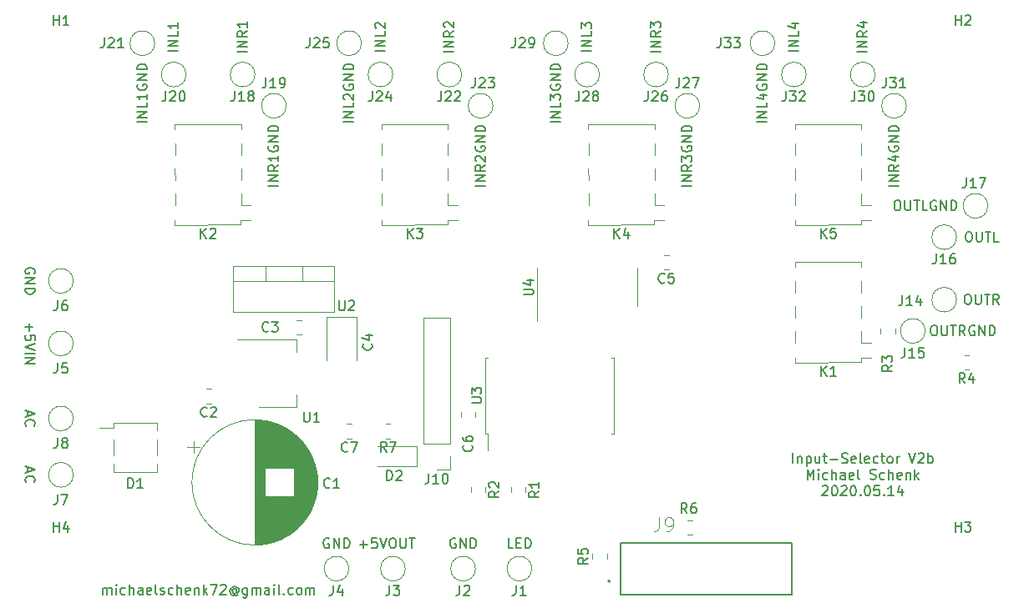
<source format=gbr>
G04 #@! TF.GenerationSoftware,KiCad,Pcbnew,(5.1.10-0-10_14)*
G04 #@! TF.CreationDate,2021-05-14T18:06:29+02:00*
G04 #@! TF.ProjectId,input-sel,696e7075-742d-4736-956c-2e6b69636164,rev?*
G04 #@! TF.SameCoordinates,Original*
G04 #@! TF.FileFunction,Legend,Top*
G04 #@! TF.FilePolarity,Positive*
%FSLAX46Y46*%
G04 Gerber Fmt 4.6, Leading zero omitted, Abs format (unit mm)*
G04 Created by KiCad (PCBNEW (5.1.10-0-10_14)) date 2021-05-14 18:06:29*
%MOMM*%
%LPD*%
G01*
G04 APERTURE LIST*
%ADD10C,0.150000*%
%ADD11C,0.120000*%
%ADD12C,0.127000*%
%ADD13C,0.200000*%
%ADD14C,0.015000*%
G04 APERTURE END LIST*
D10*
X192953571Y-93417380D02*
X192953571Y-92417380D01*
X193429761Y-92750714D02*
X193429761Y-93417380D01*
X193429761Y-92845952D02*
X193477380Y-92798333D01*
X193572619Y-92750714D01*
X193715476Y-92750714D01*
X193810714Y-92798333D01*
X193858333Y-92893571D01*
X193858333Y-93417380D01*
X194334523Y-92750714D02*
X194334523Y-93750714D01*
X194334523Y-92798333D02*
X194429761Y-92750714D01*
X194620238Y-92750714D01*
X194715476Y-92798333D01*
X194763095Y-92845952D01*
X194810714Y-92941190D01*
X194810714Y-93226904D01*
X194763095Y-93322142D01*
X194715476Y-93369761D01*
X194620238Y-93417380D01*
X194429761Y-93417380D01*
X194334523Y-93369761D01*
X195667857Y-92750714D02*
X195667857Y-93417380D01*
X195239285Y-92750714D02*
X195239285Y-93274523D01*
X195286904Y-93369761D01*
X195382142Y-93417380D01*
X195525000Y-93417380D01*
X195620238Y-93369761D01*
X195667857Y-93322142D01*
X196001190Y-92750714D02*
X196382142Y-92750714D01*
X196144047Y-92417380D02*
X196144047Y-93274523D01*
X196191666Y-93369761D01*
X196286904Y-93417380D01*
X196382142Y-93417380D01*
X196715476Y-93036428D02*
X197477380Y-93036428D01*
X197905952Y-93369761D02*
X198048809Y-93417380D01*
X198286904Y-93417380D01*
X198382142Y-93369761D01*
X198429761Y-93322142D01*
X198477380Y-93226904D01*
X198477380Y-93131666D01*
X198429761Y-93036428D01*
X198382142Y-92988809D01*
X198286904Y-92941190D01*
X198096428Y-92893571D01*
X198001190Y-92845952D01*
X197953571Y-92798333D01*
X197905952Y-92703095D01*
X197905952Y-92607857D01*
X197953571Y-92512619D01*
X198001190Y-92465000D01*
X198096428Y-92417380D01*
X198334523Y-92417380D01*
X198477380Y-92465000D01*
X199286904Y-93369761D02*
X199191666Y-93417380D01*
X199001190Y-93417380D01*
X198905952Y-93369761D01*
X198858333Y-93274523D01*
X198858333Y-92893571D01*
X198905952Y-92798333D01*
X199001190Y-92750714D01*
X199191666Y-92750714D01*
X199286904Y-92798333D01*
X199334523Y-92893571D01*
X199334523Y-92988809D01*
X198858333Y-93084047D01*
X199905952Y-93417380D02*
X199810714Y-93369761D01*
X199763095Y-93274523D01*
X199763095Y-92417380D01*
X200667857Y-93369761D02*
X200572619Y-93417380D01*
X200382142Y-93417380D01*
X200286904Y-93369761D01*
X200239285Y-93274523D01*
X200239285Y-92893571D01*
X200286904Y-92798333D01*
X200382142Y-92750714D01*
X200572619Y-92750714D01*
X200667857Y-92798333D01*
X200715476Y-92893571D01*
X200715476Y-92988809D01*
X200239285Y-93084047D01*
X201572619Y-93369761D02*
X201477380Y-93417380D01*
X201286904Y-93417380D01*
X201191666Y-93369761D01*
X201144047Y-93322142D01*
X201096428Y-93226904D01*
X201096428Y-92941190D01*
X201144047Y-92845952D01*
X201191666Y-92798333D01*
X201286904Y-92750714D01*
X201477380Y-92750714D01*
X201572619Y-92798333D01*
X201858333Y-92750714D02*
X202239285Y-92750714D01*
X202001190Y-92417380D02*
X202001190Y-93274523D01*
X202048809Y-93369761D01*
X202144047Y-93417380D01*
X202239285Y-93417380D01*
X202715476Y-93417380D02*
X202620238Y-93369761D01*
X202572619Y-93322142D01*
X202525000Y-93226904D01*
X202525000Y-92941190D01*
X202572619Y-92845952D01*
X202620238Y-92798333D01*
X202715476Y-92750714D01*
X202858333Y-92750714D01*
X202953571Y-92798333D01*
X203001190Y-92845952D01*
X203048809Y-92941190D01*
X203048809Y-93226904D01*
X203001190Y-93322142D01*
X202953571Y-93369761D01*
X202858333Y-93417380D01*
X202715476Y-93417380D01*
X203477380Y-93417380D02*
X203477380Y-92750714D01*
X203477380Y-92941190D02*
X203525000Y-92845952D01*
X203572619Y-92798333D01*
X203667857Y-92750714D01*
X203763095Y-92750714D01*
X204715476Y-92417380D02*
X205048809Y-93417380D01*
X205382142Y-92417380D01*
X205667857Y-92512619D02*
X205715476Y-92465000D01*
X205810714Y-92417380D01*
X206048809Y-92417380D01*
X206144047Y-92465000D01*
X206191666Y-92512619D01*
X206239285Y-92607857D01*
X206239285Y-92703095D01*
X206191666Y-92845952D01*
X205620238Y-93417380D01*
X206239285Y-93417380D01*
X206667857Y-93417380D02*
X206667857Y-92417380D01*
X206667857Y-92798333D02*
X206763095Y-92750714D01*
X206953571Y-92750714D01*
X207048809Y-92798333D01*
X207096428Y-92845952D01*
X207144047Y-92941190D01*
X207144047Y-93226904D01*
X207096428Y-93322142D01*
X207048809Y-93369761D01*
X206953571Y-93417380D01*
X206763095Y-93417380D01*
X206667857Y-93369761D01*
X194405952Y-95067380D02*
X194405952Y-94067380D01*
X194739285Y-94781666D01*
X195072619Y-94067380D01*
X195072619Y-95067380D01*
X195548809Y-95067380D02*
X195548809Y-94400714D01*
X195548809Y-94067380D02*
X195501190Y-94115000D01*
X195548809Y-94162619D01*
X195596428Y-94115000D01*
X195548809Y-94067380D01*
X195548809Y-94162619D01*
X196453571Y-95019761D02*
X196358333Y-95067380D01*
X196167857Y-95067380D01*
X196072619Y-95019761D01*
X196025000Y-94972142D01*
X195977380Y-94876904D01*
X195977380Y-94591190D01*
X196025000Y-94495952D01*
X196072619Y-94448333D01*
X196167857Y-94400714D01*
X196358333Y-94400714D01*
X196453571Y-94448333D01*
X196882142Y-95067380D02*
X196882142Y-94067380D01*
X197310714Y-95067380D02*
X197310714Y-94543571D01*
X197263095Y-94448333D01*
X197167857Y-94400714D01*
X197025000Y-94400714D01*
X196929761Y-94448333D01*
X196882142Y-94495952D01*
X198215476Y-95067380D02*
X198215476Y-94543571D01*
X198167857Y-94448333D01*
X198072619Y-94400714D01*
X197882142Y-94400714D01*
X197786904Y-94448333D01*
X198215476Y-95019761D02*
X198120238Y-95067380D01*
X197882142Y-95067380D01*
X197786904Y-95019761D01*
X197739285Y-94924523D01*
X197739285Y-94829285D01*
X197786904Y-94734047D01*
X197882142Y-94686428D01*
X198120238Y-94686428D01*
X198215476Y-94638809D01*
X199072619Y-95019761D02*
X198977380Y-95067380D01*
X198786904Y-95067380D01*
X198691666Y-95019761D01*
X198644047Y-94924523D01*
X198644047Y-94543571D01*
X198691666Y-94448333D01*
X198786904Y-94400714D01*
X198977380Y-94400714D01*
X199072619Y-94448333D01*
X199120238Y-94543571D01*
X199120238Y-94638809D01*
X198644047Y-94734047D01*
X199691666Y-95067380D02*
X199596428Y-95019761D01*
X199548809Y-94924523D01*
X199548809Y-94067380D01*
X200786904Y-95019761D02*
X200929761Y-95067380D01*
X201167857Y-95067380D01*
X201263095Y-95019761D01*
X201310714Y-94972142D01*
X201358333Y-94876904D01*
X201358333Y-94781666D01*
X201310714Y-94686428D01*
X201263095Y-94638809D01*
X201167857Y-94591190D01*
X200977380Y-94543571D01*
X200882142Y-94495952D01*
X200834523Y-94448333D01*
X200786904Y-94353095D01*
X200786904Y-94257857D01*
X200834523Y-94162619D01*
X200882142Y-94115000D01*
X200977380Y-94067380D01*
X201215476Y-94067380D01*
X201358333Y-94115000D01*
X202215476Y-95019761D02*
X202120238Y-95067380D01*
X201929761Y-95067380D01*
X201834523Y-95019761D01*
X201786904Y-94972142D01*
X201739285Y-94876904D01*
X201739285Y-94591190D01*
X201786904Y-94495952D01*
X201834523Y-94448333D01*
X201929761Y-94400714D01*
X202120238Y-94400714D01*
X202215476Y-94448333D01*
X202644047Y-95067380D02*
X202644047Y-94067380D01*
X203072619Y-95067380D02*
X203072619Y-94543571D01*
X203025000Y-94448333D01*
X202929761Y-94400714D01*
X202786904Y-94400714D01*
X202691666Y-94448333D01*
X202644047Y-94495952D01*
X203929761Y-95019761D02*
X203834523Y-95067380D01*
X203644047Y-95067380D01*
X203548809Y-95019761D01*
X203501190Y-94924523D01*
X203501190Y-94543571D01*
X203548809Y-94448333D01*
X203644047Y-94400714D01*
X203834523Y-94400714D01*
X203929761Y-94448333D01*
X203977380Y-94543571D01*
X203977380Y-94638809D01*
X203501190Y-94734047D01*
X204405952Y-94400714D02*
X204405952Y-95067380D01*
X204405952Y-94495952D02*
X204453571Y-94448333D01*
X204548809Y-94400714D01*
X204691666Y-94400714D01*
X204786904Y-94448333D01*
X204834523Y-94543571D01*
X204834523Y-95067380D01*
X205310714Y-95067380D02*
X205310714Y-94067380D01*
X205405952Y-94686428D02*
X205691666Y-95067380D01*
X205691666Y-94400714D02*
X205310714Y-94781666D01*
X195929761Y-95812619D02*
X195977380Y-95765000D01*
X196072619Y-95717380D01*
X196310714Y-95717380D01*
X196405952Y-95765000D01*
X196453571Y-95812619D01*
X196501190Y-95907857D01*
X196501190Y-96003095D01*
X196453571Y-96145952D01*
X195882142Y-96717380D01*
X196501190Y-96717380D01*
X197120238Y-95717380D02*
X197215476Y-95717380D01*
X197310714Y-95765000D01*
X197358333Y-95812619D01*
X197405952Y-95907857D01*
X197453571Y-96098333D01*
X197453571Y-96336428D01*
X197405952Y-96526904D01*
X197358333Y-96622142D01*
X197310714Y-96669761D01*
X197215476Y-96717380D01*
X197120238Y-96717380D01*
X197025000Y-96669761D01*
X196977380Y-96622142D01*
X196929761Y-96526904D01*
X196882142Y-96336428D01*
X196882142Y-96098333D01*
X196929761Y-95907857D01*
X196977380Y-95812619D01*
X197025000Y-95765000D01*
X197120238Y-95717380D01*
X197834523Y-95812619D02*
X197882142Y-95765000D01*
X197977380Y-95717380D01*
X198215476Y-95717380D01*
X198310714Y-95765000D01*
X198358333Y-95812619D01*
X198405952Y-95907857D01*
X198405952Y-96003095D01*
X198358333Y-96145952D01*
X197786904Y-96717380D01*
X198405952Y-96717380D01*
X199025000Y-95717380D02*
X199120238Y-95717380D01*
X199215476Y-95765000D01*
X199263095Y-95812619D01*
X199310714Y-95907857D01*
X199358333Y-96098333D01*
X199358333Y-96336428D01*
X199310714Y-96526904D01*
X199263095Y-96622142D01*
X199215476Y-96669761D01*
X199120238Y-96717380D01*
X199025000Y-96717380D01*
X198929761Y-96669761D01*
X198882142Y-96622142D01*
X198834523Y-96526904D01*
X198786904Y-96336428D01*
X198786904Y-96098333D01*
X198834523Y-95907857D01*
X198882142Y-95812619D01*
X198929761Y-95765000D01*
X199025000Y-95717380D01*
X199786904Y-96622142D02*
X199834523Y-96669761D01*
X199786904Y-96717380D01*
X199739285Y-96669761D01*
X199786904Y-96622142D01*
X199786904Y-96717380D01*
X200453571Y-95717380D02*
X200548809Y-95717380D01*
X200644047Y-95765000D01*
X200691666Y-95812619D01*
X200739285Y-95907857D01*
X200786904Y-96098333D01*
X200786904Y-96336428D01*
X200739285Y-96526904D01*
X200691666Y-96622142D01*
X200644047Y-96669761D01*
X200548809Y-96717380D01*
X200453571Y-96717380D01*
X200358333Y-96669761D01*
X200310714Y-96622142D01*
X200263095Y-96526904D01*
X200215476Y-96336428D01*
X200215476Y-96098333D01*
X200263095Y-95907857D01*
X200310714Y-95812619D01*
X200358333Y-95765000D01*
X200453571Y-95717380D01*
X201691666Y-95717380D02*
X201215476Y-95717380D01*
X201167857Y-96193571D01*
X201215476Y-96145952D01*
X201310714Y-96098333D01*
X201548809Y-96098333D01*
X201644047Y-96145952D01*
X201691666Y-96193571D01*
X201739285Y-96288809D01*
X201739285Y-96526904D01*
X201691666Y-96622142D01*
X201644047Y-96669761D01*
X201548809Y-96717380D01*
X201310714Y-96717380D01*
X201215476Y-96669761D01*
X201167857Y-96622142D01*
X202167857Y-96622142D02*
X202215476Y-96669761D01*
X202167857Y-96717380D01*
X202120238Y-96669761D01*
X202167857Y-96622142D01*
X202167857Y-96717380D01*
X203167857Y-96717380D02*
X202596428Y-96717380D01*
X202882142Y-96717380D02*
X202882142Y-95717380D01*
X202786904Y-95860238D01*
X202691666Y-95955476D01*
X202596428Y-96003095D01*
X204025000Y-96050714D02*
X204025000Y-96717380D01*
X203786904Y-95669761D02*
X203548809Y-96384047D01*
X204167857Y-96384047D01*
X207161190Y-79462380D02*
X207351666Y-79462380D01*
X207446904Y-79510000D01*
X207542142Y-79605238D01*
X207589761Y-79795714D01*
X207589761Y-80129047D01*
X207542142Y-80319523D01*
X207446904Y-80414761D01*
X207351666Y-80462380D01*
X207161190Y-80462380D01*
X207065952Y-80414761D01*
X206970714Y-80319523D01*
X206923095Y-80129047D01*
X206923095Y-79795714D01*
X206970714Y-79605238D01*
X207065952Y-79510000D01*
X207161190Y-79462380D01*
X208018333Y-79462380D02*
X208018333Y-80271904D01*
X208065952Y-80367142D01*
X208113571Y-80414761D01*
X208208809Y-80462380D01*
X208399285Y-80462380D01*
X208494523Y-80414761D01*
X208542142Y-80367142D01*
X208589761Y-80271904D01*
X208589761Y-79462380D01*
X208923095Y-79462380D02*
X209494523Y-79462380D01*
X209208809Y-80462380D02*
X209208809Y-79462380D01*
X210399285Y-80462380D02*
X210065952Y-79986190D01*
X209827857Y-80462380D02*
X209827857Y-79462380D01*
X210208809Y-79462380D01*
X210304047Y-79510000D01*
X210351666Y-79557619D01*
X210399285Y-79652857D01*
X210399285Y-79795714D01*
X210351666Y-79890952D01*
X210304047Y-79938571D01*
X210208809Y-79986190D01*
X209827857Y-79986190D01*
X211351666Y-79510000D02*
X211256428Y-79462380D01*
X211113571Y-79462380D01*
X210970714Y-79510000D01*
X210875476Y-79605238D01*
X210827857Y-79700476D01*
X210780238Y-79890952D01*
X210780238Y-80033809D01*
X210827857Y-80224285D01*
X210875476Y-80319523D01*
X210970714Y-80414761D01*
X211113571Y-80462380D01*
X211208809Y-80462380D01*
X211351666Y-80414761D01*
X211399285Y-80367142D01*
X211399285Y-80033809D01*
X211208809Y-80033809D01*
X211827857Y-80462380D02*
X211827857Y-79462380D01*
X212399285Y-80462380D01*
X212399285Y-79462380D01*
X212875476Y-80462380D02*
X212875476Y-79462380D01*
X213113571Y-79462380D01*
X213256428Y-79510000D01*
X213351666Y-79605238D01*
X213399285Y-79700476D01*
X213446904Y-79890952D01*
X213446904Y-80033809D01*
X213399285Y-80224285D01*
X213351666Y-80319523D01*
X213256428Y-80414761D01*
X213113571Y-80462380D01*
X212875476Y-80462380D01*
X203446428Y-66762380D02*
X203636904Y-66762380D01*
X203732142Y-66810000D01*
X203827380Y-66905238D01*
X203875000Y-67095714D01*
X203875000Y-67429047D01*
X203827380Y-67619523D01*
X203732142Y-67714761D01*
X203636904Y-67762380D01*
X203446428Y-67762380D01*
X203351190Y-67714761D01*
X203255952Y-67619523D01*
X203208333Y-67429047D01*
X203208333Y-67095714D01*
X203255952Y-66905238D01*
X203351190Y-66810000D01*
X203446428Y-66762380D01*
X204303571Y-66762380D02*
X204303571Y-67571904D01*
X204351190Y-67667142D01*
X204398809Y-67714761D01*
X204494047Y-67762380D01*
X204684523Y-67762380D01*
X204779761Y-67714761D01*
X204827380Y-67667142D01*
X204875000Y-67571904D01*
X204875000Y-66762380D01*
X205208333Y-66762380D02*
X205779761Y-66762380D01*
X205494047Y-67762380D02*
X205494047Y-66762380D01*
X206589285Y-67762380D02*
X206113095Y-67762380D01*
X206113095Y-66762380D01*
X207446428Y-66810000D02*
X207351190Y-66762380D01*
X207208333Y-66762380D01*
X207065476Y-66810000D01*
X206970238Y-66905238D01*
X206922619Y-67000476D01*
X206875000Y-67190952D01*
X206875000Y-67333809D01*
X206922619Y-67524285D01*
X206970238Y-67619523D01*
X207065476Y-67714761D01*
X207208333Y-67762380D01*
X207303571Y-67762380D01*
X207446428Y-67714761D01*
X207494047Y-67667142D01*
X207494047Y-67333809D01*
X207303571Y-67333809D01*
X207922619Y-67762380D02*
X207922619Y-66762380D01*
X208494047Y-67762380D01*
X208494047Y-66762380D01*
X208970238Y-67762380D02*
X208970238Y-66762380D01*
X209208333Y-66762380D01*
X209351190Y-66810000D01*
X209446428Y-66905238D01*
X209494047Y-67000476D01*
X209541666Y-67190952D01*
X209541666Y-67333809D01*
X209494047Y-67524285D01*
X209446428Y-67619523D01*
X209351190Y-67714761D01*
X209208333Y-67762380D01*
X208970238Y-67762380D01*
X193492380Y-51569761D02*
X192492380Y-51569761D01*
X193492380Y-51093571D02*
X192492380Y-51093571D01*
X193492380Y-50522142D01*
X192492380Y-50522142D01*
X193492380Y-49569761D02*
X193492380Y-50045952D01*
X192492380Y-50045952D01*
X192825714Y-48807857D02*
X193492380Y-48807857D01*
X192444761Y-49045952D02*
X193159047Y-49284047D01*
X193159047Y-48665000D01*
X190317380Y-58808571D02*
X189317380Y-58808571D01*
X190317380Y-58332380D02*
X189317380Y-58332380D01*
X190317380Y-57760952D01*
X189317380Y-57760952D01*
X190317380Y-56808571D02*
X190317380Y-57284761D01*
X189317380Y-57284761D01*
X189650714Y-56046666D02*
X190317380Y-56046666D01*
X189269761Y-56284761D02*
X189984047Y-56522857D01*
X189984047Y-55903809D01*
X189365000Y-54999047D02*
X189317380Y-55094285D01*
X189317380Y-55237142D01*
X189365000Y-55380000D01*
X189460238Y-55475238D01*
X189555476Y-55522857D01*
X189745952Y-55570476D01*
X189888809Y-55570476D01*
X190079285Y-55522857D01*
X190174523Y-55475238D01*
X190269761Y-55380000D01*
X190317380Y-55237142D01*
X190317380Y-55141904D01*
X190269761Y-54999047D01*
X190222142Y-54951428D01*
X189888809Y-54951428D01*
X189888809Y-55141904D01*
X190317380Y-54522857D02*
X189317380Y-54522857D01*
X190317380Y-53951428D01*
X189317380Y-53951428D01*
X190317380Y-53475238D02*
X189317380Y-53475238D01*
X189317380Y-53237142D01*
X189365000Y-53094285D01*
X189460238Y-52999047D01*
X189555476Y-52951428D01*
X189745952Y-52903809D01*
X189888809Y-52903809D01*
X190079285Y-52951428D01*
X190174523Y-52999047D01*
X190269761Y-53094285D01*
X190317380Y-53237142D01*
X190317380Y-53475238D01*
X200477380Y-51665000D02*
X199477380Y-51665000D01*
X200477380Y-51188809D02*
X199477380Y-51188809D01*
X200477380Y-50617380D01*
X199477380Y-50617380D01*
X200477380Y-49569761D02*
X200001190Y-49903095D01*
X200477380Y-50141190D02*
X199477380Y-50141190D01*
X199477380Y-49760238D01*
X199525000Y-49665000D01*
X199572619Y-49617380D01*
X199667857Y-49569761D01*
X199810714Y-49569761D01*
X199905952Y-49617380D01*
X199953571Y-49665000D01*
X200001190Y-49760238D01*
X200001190Y-50141190D01*
X199810714Y-48712619D02*
X200477380Y-48712619D01*
X199429761Y-48950714D02*
X200144047Y-49188809D01*
X200144047Y-48569761D01*
X203652380Y-65253809D02*
X202652380Y-65253809D01*
X203652380Y-64777619D02*
X202652380Y-64777619D01*
X203652380Y-64206190D01*
X202652380Y-64206190D01*
X203652380Y-63158571D02*
X203176190Y-63491904D01*
X203652380Y-63730000D02*
X202652380Y-63730000D01*
X202652380Y-63349047D01*
X202700000Y-63253809D01*
X202747619Y-63206190D01*
X202842857Y-63158571D01*
X202985714Y-63158571D01*
X203080952Y-63206190D01*
X203128571Y-63253809D01*
X203176190Y-63349047D01*
X203176190Y-63730000D01*
X202985714Y-62301428D02*
X203652380Y-62301428D01*
X202604761Y-62539523D02*
X203319047Y-62777619D01*
X203319047Y-62158571D01*
X202700000Y-61253809D02*
X202652380Y-61349047D01*
X202652380Y-61491904D01*
X202700000Y-61634761D01*
X202795238Y-61730000D01*
X202890476Y-61777619D01*
X203080952Y-61825238D01*
X203223809Y-61825238D01*
X203414285Y-61777619D01*
X203509523Y-61730000D01*
X203604761Y-61634761D01*
X203652380Y-61491904D01*
X203652380Y-61396666D01*
X203604761Y-61253809D01*
X203557142Y-61206190D01*
X203223809Y-61206190D01*
X203223809Y-61396666D01*
X203652380Y-60777619D02*
X202652380Y-60777619D01*
X203652380Y-60206190D01*
X202652380Y-60206190D01*
X203652380Y-59730000D02*
X202652380Y-59730000D01*
X202652380Y-59491904D01*
X202700000Y-59349047D01*
X202795238Y-59253809D01*
X202890476Y-59206190D01*
X203080952Y-59158571D01*
X203223809Y-59158571D01*
X203414285Y-59206190D01*
X203509523Y-59253809D01*
X203604761Y-59349047D01*
X203652380Y-59491904D01*
X203652380Y-59730000D01*
X179522380Y-51665000D02*
X178522380Y-51665000D01*
X179522380Y-51188809D02*
X178522380Y-51188809D01*
X179522380Y-50617380D01*
X178522380Y-50617380D01*
X179522380Y-49569761D02*
X179046190Y-49903095D01*
X179522380Y-50141190D02*
X178522380Y-50141190D01*
X178522380Y-49760238D01*
X178570000Y-49665000D01*
X178617619Y-49617380D01*
X178712857Y-49569761D01*
X178855714Y-49569761D01*
X178950952Y-49617380D01*
X178998571Y-49665000D01*
X179046190Y-49760238D01*
X179046190Y-50141190D01*
X178522380Y-49236428D02*
X178522380Y-48617380D01*
X178903333Y-48950714D01*
X178903333Y-48807857D01*
X178950952Y-48712619D01*
X178998571Y-48665000D01*
X179093809Y-48617380D01*
X179331904Y-48617380D01*
X179427142Y-48665000D01*
X179474761Y-48712619D01*
X179522380Y-48807857D01*
X179522380Y-49093571D01*
X179474761Y-49188809D01*
X179427142Y-49236428D01*
X172537380Y-51569761D02*
X171537380Y-51569761D01*
X172537380Y-51093571D02*
X171537380Y-51093571D01*
X172537380Y-50522142D01*
X171537380Y-50522142D01*
X172537380Y-49569761D02*
X172537380Y-50045952D01*
X171537380Y-50045952D01*
X171537380Y-49331666D02*
X171537380Y-48712619D01*
X171918333Y-49045952D01*
X171918333Y-48903095D01*
X171965952Y-48807857D01*
X172013571Y-48760238D01*
X172108809Y-48712619D01*
X172346904Y-48712619D01*
X172442142Y-48760238D01*
X172489761Y-48807857D01*
X172537380Y-48903095D01*
X172537380Y-49188809D01*
X172489761Y-49284047D01*
X172442142Y-49331666D01*
X169362380Y-58808571D02*
X168362380Y-58808571D01*
X169362380Y-58332380D02*
X168362380Y-58332380D01*
X169362380Y-57760952D01*
X168362380Y-57760952D01*
X169362380Y-56808571D02*
X169362380Y-57284761D01*
X168362380Y-57284761D01*
X168362380Y-56570476D02*
X168362380Y-55951428D01*
X168743333Y-56284761D01*
X168743333Y-56141904D01*
X168790952Y-56046666D01*
X168838571Y-55999047D01*
X168933809Y-55951428D01*
X169171904Y-55951428D01*
X169267142Y-55999047D01*
X169314761Y-56046666D01*
X169362380Y-56141904D01*
X169362380Y-56427619D01*
X169314761Y-56522857D01*
X169267142Y-56570476D01*
X168410000Y-54999047D02*
X168362380Y-55094285D01*
X168362380Y-55237142D01*
X168410000Y-55380000D01*
X168505238Y-55475238D01*
X168600476Y-55522857D01*
X168790952Y-55570476D01*
X168933809Y-55570476D01*
X169124285Y-55522857D01*
X169219523Y-55475238D01*
X169314761Y-55380000D01*
X169362380Y-55237142D01*
X169362380Y-55141904D01*
X169314761Y-54999047D01*
X169267142Y-54951428D01*
X168933809Y-54951428D01*
X168933809Y-55141904D01*
X169362380Y-54522857D02*
X168362380Y-54522857D01*
X169362380Y-53951428D01*
X168362380Y-53951428D01*
X169362380Y-53475238D02*
X168362380Y-53475238D01*
X168362380Y-53237142D01*
X168410000Y-53094285D01*
X168505238Y-52999047D01*
X168600476Y-52951428D01*
X168790952Y-52903809D01*
X168933809Y-52903809D01*
X169124285Y-52951428D01*
X169219523Y-52999047D01*
X169314761Y-53094285D01*
X169362380Y-53237142D01*
X169362380Y-53475238D01*
X182697380Y-65253809D02*
X181697380Y-65253809D01*
X182697380Y-64777619D02*
X181697380Y-64777619D01*
X182697380Y-64206190D01*
X181697380Y-64206190D01*
X182697380Y-63158571D02*
X182221190Y-63491904D01*
X182697380Y-63730000D02*
X181697380Y-63730000D01*
X181697380Y-63349047D01*
X181745000Y-63253809D01*
X181792619Y-63206190D01*
X181887857Y-63158571D01*
X182030714Y-63158571D01*
X182125952Y-63206190D01*
X182173571Y-63253809D01*
X182221190Y-63349047D01*
X182221190Y-63730000D01*
X181697380Y-62825238D02*
X181697380Y-62206190D01*
X182078333Y-62539523D01*
X182078333Y-62396666D01*
X182125952Y-62301428D01*
X182173571Y-62253809D01*
X182268809Y-62206190D01*
X182506904Y-62206190D01*
X182602142Y-62253809D01*
X182649761Y-62301428D01*
X182697380Y-62396666D01*
X182697380Y-62682380D01*
X182649761Y-62777619D01*
X182602142Y-62825238D01*
X181745000Y-61253809D02*
X181697380Y-61349047D01*
X181697380Y-61491904D01*
X181745000Y-61634761D01*
X181840238Y-61730000D01*
X181935476Y-61777619D01*
X182125952Y-61825238D01*
X182268809Y-61825238D01*
X182459285Y-61777619D01*
X182554523Y-61730000D01*
X182649761Y-61634761D01*
X182697380Y-61491904D01*
X182697380Y-61396666D01*
X182649761Y-61253809D01*
X182602142Y-61206190D01*
X182268809Y-61206190D01*
X182268809Y-61396666D01*
X182697380Y-60777619D02*
X181697380Y-60777619D01*
X182697380Y-60206190D01*
X181697380Y-60206190D01*
X182697380Y-59730000D02*
X181697380Y-59730000D01*
X181697380Y-59491904D01*
X181745000Y-59349047D01*
X181840238Y-59253809D01*
X181935476Y-59206190D01*
X182125952Y-59158571D01*
X182268809Y-59158571D01*
X182459285Y-59206190D01*
X182554523Y-59253809D01*
X182649761Y-59349047D01*
X182697380Y-59491904D01*
X182697380Y-59730000D01*
X148407380Y-58808571D02*
X147407380Y-58808571D01*
X148407380Y-58332380D02*
X147407380Y-58332380D01*
X148407380Y-57760952D01*
X147407380Y-57760952D01*
X148407380Y-56808571D02*
X148407380Y-57284761D01*
X147407380Y-57284761D01*
X147502619Y-56522857D02*
X147455000Y-56475238D01*
X147407380Y-56380000D01*
X147407380Y-56141904D01*
X147455000Y-56046666D01*
X147502619Y-55999047D01*
X147597857Y-55951428D01*
X147693095Y-55951428D01*
X147835952Y-55999047D01*
X148407380Y-56570476D01*
X148407380Y-55951428D01*
X147455000Y-54999047D02*
X147407380Y-55094285D01*
X147407380Y-55237142D01*
X147455000Y-55380000D01*
X147550238Y-55475238D01*
X147645476Y-55522857D01*
X147835952Y-55570476D01*
X147978809Y-55570476D01*
X148169285Y-55522857D01*
X148264523Y-55475238D01*
X148359761Y-55380000D01*
X148407380Y-55237142D01*
X148407380Y-55141904D01*
X148359761Y-54999047D01*
X148312142Y-54951428D01*
X147978809Y-54951428D01*
X147978809Y-55141904D01*
X148407380Y-54522857D02*
X147407380Y-54522857D01*
X148407380Y-53951428D01*
X147407380Y-53951428D01*
X148407380Y-53475238D02*
X147407380Y-53475238D01*
X147407380Y-53237142D01*
X147455000Y-53094285D01*
X147550238Y-52999047D01*
X147645476Y-52951428D01*
X147835952Y-52903809D01*
X147978809Y-52903809D01*
X148169285Y-52951428D01*
X148264523Y-52999047D01*
X148359761Y-53094285D01*
X148407380Y-53237142D01*
X148407380Y-53475238D01*
X151582380Y-51569761D02*
X150582380Y-51569761D01*
X151582380Y-51093571D02*
X150582380Y-51093571D01*
X151582380Y-50522142D01*
X150582380Y-50522142D01*
X151582380Y-49569761D02*
X151582380Y-50045952D01*
X150582380Y-50045952D01*
X150677619Y-49284047D02*
X150630000Y-49236428D01*
X150582380Y-49141190D01*
X150582380Y-48903095D01*
X150630000Y-48807857D01*
X150677619Y-48760238D01*
X150772857Y-48712619D01*
X150868095Y-48712619D01*
X151010952Y-48760238D01*
X151582380Y-49331666D01*
X151582380Y-48712619D01*
X158567380Y-51665000D02*
X157567380Y-51665000D01*
X158567380Y-51188809D02*
X157567380Y-51188809D01*
X158567380Y-50617380D01*
X157567380Y-50617380D01*
X158567380Y-49569761D02*
X158091190Y-49903095D01*
X158567380Y-50141190D02*
X157567380Y-50141190D01*
X157567380Y-49760238D01*
X157615000Y-49665000D01*
X157662619Y-49617380D01*
X157757857Y-49569761D01*
X157900714Y-49569761D01*
X157995952Y-49617380D01*
X158043571Y-49665000D01*
X158091190Y-49760238D01*
X158091190Y-50141190D01*
X157662619Y-49188809D02*
X157615000Y-49141190D01*
X157567380Y-49045952D01*
X157567380Y-48807857D01*
X157615000Y-48712619D01*
X157662619Y-48665000D01*
X157757857Y-48617380D01*
X157853095Y-48617380D01*
X157995952Y-48665000D01*
X158567380Y-49236428D01*
X158567380Y-48617380D01*
X161742380Y-65253809D02*
X160742380Y-65253809D01*
X161742380Y-64777619D02*
X160742380Y-64777619D01*
X161742380Y-64206190D01*
X160742380Y-64206190D01*
X161742380Y-63158571D02*
X161266190Y-63491904D01*
X161742380Y-63730000D02*
X160742380Y-63730000D01*
X160742380Y-63349047D01*
X160790000Y-63253809D01*
X160837619Y-63206190D01*
X160932857Y-63158571D01*
X161075714Y-63158571D01*
X161170952Y-63206190D01*
X161218571Y-63253809D01*
X161266190Y-63349047D01*
X161266190Y-63730000D01*
X160837619Y-62777619D02*
X160790000Y-62730000D01*
X160742380Y-62634761D01*
X160742380Y-62396666D01*
X160790000Y-62301428D01*
X160837619Y-62253809D01*
X160932857Y-62206190D01*
X161028095Y-62206190D01*
X161170952Y-62253809D01*
X161742380Y-62825238D01*
X161742380Y-62206190D01*
X160790000Y-61253809D02*
X160742380Y-61349047D01*
X160742380Y-61491904D01*
X160790000Y-61634761D01*
X160885238Y-61730000D01*
X160980476Y-61777619D01*
X161170952Y-61825238D01*
X161313809Y-61825238D01*
X161504285Y-61777619D01*
X161599523Y-61730000D01*
X161694761Y-61634761D01*
X161742380Y-61491904D01*
X161742380Y-61396666D01*
X161694761Y-61253809D01*
X161647142Y-61206190D01*
X161313809Y-61206190D01*
X161313809Y-61396666D01*
X161742380Y-60777619D02*
X160742380Y-60777619D01*
X161742380Y-60206190D01*
X160742380Y-60206190D01*
X161742380Y-59730000D02*
X160742380Y-59730000D01*
X160742380Y-59491904D01*
X160790000Y-59349047D01*
X160885238Y-59253809D01*
X160980476Y-59206190D01*
X161170952Y-59158571D01*
X161313809Y-59158571D01*
X161504285Y-59206190D01*
X161599523Y-59253809D01*
X161694761Y-59349047D01*
X161742380Y-59491904D01*
X161742380Y-59730000D01*
X137612380Y-51665000D02*
X136612380Y-51665000D01*
X137612380Y-51188809D02*
X136612380Y-51188809D01*
X137612380Y-50617380D01*
X136612380Y-50617380D01*
X137612380Y-49569761D02*
X137136190Y-49903095D01*
X137612380Y-50141190D02*
X136612380Y-50141190D01*
X136612380Y-49760238D01*
X136660000Y-49665000D01*
X136707619Y-49617380D01*
X136802857Y-49569761D01*
X136945714Y-49569761D01*
X137040952Y-49617380D01*
X137088571Y-49665000D01*
X137136190Y-49760238D01*
X137136190Y-50141190D01*
X137612380Y-48617380D02*
X137612380Y-49188809D01*
X137612380Y-48903095D02*
X136612380Y-48903095D01*
X136755238Y-48998333D01*
X136850476Y-49093571D01*
X136898095Y-49188809D01*
X130627380Y-51569761D02*
X129627380Y-51569761D01*
X130627380Y-51093571D02*
X129627380Y-51093571D01*
X130627380Y-50522142D01*
X129627380Y-50522142D01*
X130627380Y-49569761D02*
X130627380Y-50045952D01*
X129627380Y-50045952D01*
X130627380Y-48712619D02*
X130627380Y-49284047D01*
X130627380Y-48998333D02*
X129627380Y-48998333D01*
X129770238Y-49093571D01*
X129865476Y-49188809D01*
X129913095Y-49284047D01*
X140787380Y-65253809D02*
X139787380Y-65253809D01*
X140787380Y-64777619D02*
X139787380Y-64777619D01*
X140787380Y-64206190D01*
X139787380Y-64206190D01*
X140787380Y-63158571D02*
X140311190Y-63491904D01*
X140787380Y-63730000D02*
X139787380Y-63730000D01*
X139787380Y-63349047D01*
X139835000Y-63253809D01*
X139882619Y-63206190D01*
X139977857Y-63158571D01*
X140120714Y-63158571D01*
X140215952Y-63206190D01*
X140263571Y-63253809D01*
X140311190Y-63349047D01*
X140311190Y-63730000D01*
X140787380Y-62206190D02*
X140787380Y-62777619D01*
X140787380Y-62491904D02*
X139787380Y-62491904D01*
X139930238Y-62587142D01*
X140025476Y-62682380D01*
X140073095Y-62777619D01*
X139835000Y-61253809D02*
X139787380Y-61349047D01*
X139787380Y-61491904D01*
X139835000Y-61634761D01*
X139930238Y-61730000D01*
X140025476Y-61777619D01*
X140215952Y-61825238D01*
X140358809Y-61825238D01*
X140549285Y-61777619D01*
X140644523Y-61730000D01*
X140739761Y-61634761D01*
X140787380Y-61491904D01*
X140787380Y-61396666D01*
X140739761Y-61253809D01*
X140692142Y-61206190D01*
X140358809Y-61206190D01*
X140358809Y-61396666D01*
X140787380Y-60777619D02*
X139787380Y-60777619D01*
X140787380Y-60206190D01*
X139787380Y-60206190D01*
X140787380Y-59730000D02*
X139787380Y-59730000D01*
X139787380Y-59491904D01*
X139835000Y-59349047D01*
X139930238Y-59253809D01*
X140025476Y-59206190D01*
X140215952Y-59158571D01*
X140358809Y-59158571D01*
X140549285Y-59206190D01*
X140644523Y-59253809D01*
X140739761Y-59349047D01*
X140787380Y-59491904D01*
X140787380Y-59730000D01*
X127452380Y-58808571D02*
X126452380Y-58808571D01*
X127452380Y-58332380D02*
X126452380Y-58332380D01*
X127452380Y-57760952D01*
X126452380Y-57760952D01*
X127452380Y-56808571D02*
X127452380Y-57284761D01*
X126452380Y-57284761D01*
X127452380Y-55951428D02*
X127452380Y-56522857D01*
X127452380Y-56237142D02*
X126452380Y-56237142D01*
X126595238Y-56332380D01*
X126690476Y-56427619D01*
X126738095Y-56522857D01*
X126500000Y-54999047D02*
X126452380Y-55094285D01*
X126452380Y-55237142D01*
X126500000Y-55380000D01*
X126595238Y-55475238D01*
X126690476Y-55522857D01*
X126880952Y-55570476D01*
X127023809Y-55570476D01*
X127214285Y-55522857D01*
X127309523Y-55475238D01*
X127404761Y-55380000D01*
X127452380Y-55237142D01*
X127452380Y-55141904D01*
X127404761Y-54999047D01*
X127357142Y-54951428D01*
X127023809Y-54951428D01*
X127023809Y-55141904D01*
X127452380Y-54522857D02*
X126452380Y-54522857D01*
X127452380Y-53951428D01*
X126452380Y-53951428D01*
X127452380Y-53475238D02*
X126452380Y-53475238D01*
X126452380Y-53237142D01*
X126500000Y-53094285D01*
X126595238Y-52999047D01*
X126690476Y-52951428D01*
X126880952Y-52903809D01*
X127023809Y-52903809D01*
X127214285Y-52951428D01*
X127309523Y-52999047D01*
X127404761Y-53094285D01*
X127452380Y-53237142D01*
X127452380Y-53475238D01*
X158750095Y-101100000D02*
X158654857Y-101052380D01*
X158512000Y-101052380D01*
X158369142Y-101100000D01*
X158273904Y-101195238D01*
X158226285Y-101290476D01*
X158178666Y-101480952D01*
X158178666Y-101623809D01*
X158226285Y-101814285D01*
X158273904Y-101909523D01*
X158369142Y-102004761D01*
X158512000Y-102052380D01*
X158607238Y-102052380D01*
X158750095Y-102004761D01*
X158797714Y-101957142D01*
X158797714Y-101623809D01*
X158607238Y-101623809D01*
X159226285Y-102052380D02*
X159226285Y-101052380D01*
X159797714Y-102052380D01*
X159797714Y-101052380D01*
X160273904Y-102052380D02*
X160273904Y-101052380D01*
X160512000Y-101052380D01*
X160654857Y-101100000D01*
X160750095Y-101195238D01*
X160797714Y-101290476D01*
X160845333Y-101480952D01*
X160845333Y-101623809D01*
X160797714Y-101814285D01*
X160750095Y-101909523D01*
X160654857Y-102004761D01*
X160512000Y-102052380D01*
X160273904Y-102052380D01*
X145923095Y-101100000D02*
X145827857Y-101052380D01*
X145685000Y-101052380D01*
X145542142Y-101100000D01*
X145446904Y-101195238D01*
X145399285Y-101290476D01*
X145351666Y-101480952D01*
X145351666Y-101623809D01*
X145399285Y-101814285D01*
X145446904Y-101909523D01*
X145542142Y-102004761D01*
X145685000Y-102052380D01*
X145780238Y-102052380D01*
X145923095Y-102004761D01*
X145970714Y-101957142D01*
X145970714Y-101623809D01*
X145780238Y-101623809D01*
X146399285Y-102052380D02*
X146399285Y-101052380D01*
X146970714Y-102052380D01*
X146970714Y-101052380D01*
X147446904Y-102052380D02*
X147446904Y-101052380D01*
X147685000Y-101052380D01*
X147827857Y-101100000D01*
X147923095Y-101195238D01*
X147970714Y-101290476D01*
X148018333Y-101480952D01*
X148018333Y-101623809D01*
X147970714Y-101814285D01*
X147923095Y-101909523D01*
X147827857Y-102004761D01*
X147685000Y-102052380D01*
X147446904Y-102052380D01*
X164584142Y-102052380D02*
X164107952Y-102052380D01*
X164107952Y-101052380D01*
X164917476Y-101528571D02*
X165250809Y-101528571D01*
X165393666Y-102052380D02*
X164917476Y-102052380D01*
X164917476Y-101052380D01*
X165393666Y-101052380D01*
X165822238Y-102052380D02*
X165822238Y-101052380D01*
X166060333Y-101052380D01*
X166203190Y-101100000D01*
X166298428Y-101195238D01*
X166346047Y-101290476D01*
X166393666Y-101480952D01*
X166393666Y-101623809D01*
X166346047Y-101814285D01*
X166298428Y-101909523D01*
X166203190Y-102004761D01*
X166060333Y-102052380D01*
X165822238Y-102052380D01*
X149050714Y-101671428D02*
X149812619Y-101671428D01*
X149431666Y-102052380D02*
X149431666Y-101290476D01*
X150765000Y-101052380D02*
X150288809Y-101052380D01*
X150241190Y-101528571D01*
X150288809Y-101480952D01*
X150384047Y-101433333D01*
X150622142Y-101433333D01*
X150717380Y-101480952D01*
X150765000Y-101528571D01*
X150812619Y-101623809D01*
X150812619Y-101861904D01*
X150765000Y-101957142D01*
X150717380Y-102004761D01*
X150622142Y-102052380D01*
X150384047Y-102052380D01*
X150288809Y-102004761D01*
X150241190Y-101957142D01*
X151098333Y-101052380D02*
X151431666Y-102052380D01*
X151765000Y-101052380D01*
X152288809Y-101052380D02*
X152479285Y-101052380D01*
X152574523Y-101100000D01*
X152669761Y-101195238D01*
X152717380Y-101385714D01*
X152717380Y-101719047D01*
X152669761Y-101909523D01*
X152574523Y-102004761D01*
X152479285Y-102052380D01*
X152288809Y-102052380D01*
X152193571Y-102004761D01*
X152098333Y-101909523D01*
X152050714Y-101719047D01*
X152050714Y-101385714D01*
X152098333Y-101195238D01*
X152193571Y-101100000D01*
X152288809Y-101052380D01*
X153145952Y-101052380D02*
X153145952Y-101861904D01*
X153193571Y-101957142D01*
X153241190Y-102004761D01*
X153336428Y-102052380D01*
X153526904Y-102052380D01*
X153622142Y-102004761D01*
X153669761Y-101957142D01*
X153717380Y-101861904D01*
X153717380Y-101052380D01*
X154050714Y-101052380D02*
X154622142Y-101052380D01*
X154336428Y-102052380D02*
X154336428Y-101052380D01*
X123016714Y-106751380D02*
X123016714Y-106084714D01*
X123016714Y-106179952D02*
X123064333Y-106132333D01*
X123159571Y-106084714D01*
X123302428Y-106084714D01*
X123397666Y-106132333D01*
X123445285Y-106227571D01*
X123445285Y-106751380D01*
X123445285Y-106227571D02*
X123492904Y-106132333D01*
X123588142Y-106084714D01*
X123731000Y-106084714D01*
X123826238Y-106132333D01*
X123873857Y-106227571D01*
X123873857Y-106751380D01*
X124350047Y-106751380D02*
X124350047Y-106084714D01*
X124350047Y-105751380D02*
X124302428Y-105799000D01*
X124350047Y-105846619D01*
X124397666Y-105799000D01*
X124350047Y-105751380D01*
X124350047Y-105846619D01*
X125254809Y-106703761D02*
X125159571Y-106751380D01*
X124969095Y-106751380D01*
X124873857Y-106703761D01*
X124826238Y-106656142D01*
X124778619Y-106560904D01*
X124778619Y-106275190D01*
X124826238Y-106179952D01*
X124873857Y-106132333D01*
X124969095Y-106084714D01*
X125159571Y-106084714D01*
X125254809Y-106132333D01*
X125683380Y-106751380D02*
X125683380Y-105751380D01*
X126111952Y-106751380D02*
X126111952Y-106227571D01*
X126064333Y-106132333D01*
X125969095Y-106084714D01*
X125826238Y-106084714D01*
X125731000Y-106132333D01*
X125683380Y-106179952D01*
X127016714Y-106751380D02*
X127016714Y-106227571D01*
X126969095Y-106132333D01*
X126873857Y-106084714D01*
X126683380Y-106084714D01*
X126588142Y-106132333D01*
X127016714Y-106703761D02*
X126921476Y-106751380D01*
X126683380Y-106751380D01*
X126588142Y-106703761D01*
X126540523Y-106608523D01*
X126540523Y-106513285D01*
X126588142Y-106418047D01*
X126683380Y-106370428D01*
X126921476Y-106370428D01*
X127016714Y-106322809D01*
X127873857Y-106703761D02*
X127778619Y-106751380D01*
X127588142Y-106751380D01*
X127492904Y-106703761D01*
X127445285Y-106608523D01*
X127445285Y-106227571D01*
X127492904Y-106132333D01*
X127588142Y-106084714D01*
X127778619Y-106084714D01*
X127873857Y-106132333D01*
X127921476Y-106227571D01*
X127921476Y-106322809D01*
X127445285Y-106418047D01*
X128492904Y-106751380D02*
X128397666Y-106703761D01*
X128350047Y-106608523D01*
X128350047Y-105751380D01*
X128826238Y-106703761D02*
X128921476Y-106751380D01*
X129111952Y-106751380D01*
X129207190Y-106703761D01*
X129254809Y-106608523D01*
X129254809Y-106560904D01*
X129207190Y-106465666D01*
X129111952Y-106418047D01*
X128969095Y-106418047D01*
X128873857Y-106370428D01*
X128826238Y-106275190D01*
X128826238Y-106227571D01*
X128873857Y-106132333D01*
X128969095Y-106084714D01*
X129111952Y-106084714D01*
X129207190Y-106132333D01*
X130111952Y-106703761D02*
X130016714Y-106751380D01*
X129826238Y-106751380D01*
X129731000Y-106703761D01*
X129683380Y-106656142D01*
X129635761Y-106560904D01*
X129635761Y-106275190D01*
X129683380Y-106179952D01*
X129731000Y-106132333D01*
X129826238Y-106084714D01*
X130016714Y-106084714D01*
X130111952Y-106132333D01*
X130540523Y-106751380D02*
X130540523Y-105751380D01*
X130969095Y-106751380D02*
X130969095Y-106227571D01*
X130921476Y-106132333D01*
X130826238Y-106084714D01*
X130683380Y-106084714D01*
X130588142Y-106132333D01*
X130540523Y-106179952D01*
X131826238Y-106703761D02*
X131731000Y-106751380D01*
X131540523Y-106751380D01*
X131445285Y-106703761D01*
X131397666Y-106608523D01*
X131397666Y-106227571D01*
X131445285Y-106132333D01*
X131540523Y-106084714D01*
X131731000Y-106084714D01*
X131826238Y-106132333D01*
X131873857Y-106227571D01*
X131873857Y-106322809D01*
X131397666Y-106418047D01*
X132302428Y-106084714D02*
X132302428Y-106751380D01*
X132302428Y-106179952D02*
X132350047Y-106132333D01*
X132445285Y-106084714D01*
X132588142Y-106084714D01*
X132683380Y-106132333D01*
X132731000Y-106227571D01*
X132731000Y-106751380D01*
X133207190Y-106751380D02*
X133207190Y-105751380D01*
X133302428Y-106370428D02*
X133588142Y-106751380D01*
X133588142Y-106084714D02*
X133207190Y-106465666D01*
X133921476Y-105751380D02*
X134588142Y-105751380D01*
X134159571Y-106751380D01*
X134921476Y-105846619D02*
X134969095Y-105799000D01*
X135064333Y-105751380D01*
X135302428Y-105751380D01*
X135397666Y-105799000D01*
X135445285Y-105846619D01*
X135492904Y-105941857D01*
X135492904Y-106037095D01*
X135445285Y-106179952D01*
X134873857Y-106751380D01*
X135492904Y-106751380D01*
X136540523Y-106275190D02*
X136492904Y-106227571D01*
X136397666Y-106179952D01*
X136302428Y-106179952D01*
X136207190Y-106227571D01*
X136159571Y-106275190D01*
X136111952Y-106370428D01*
X136111952Y-106465666D01*
X136159571Y-106560904D01*
X136207190Y-106608523D01*
X136302428Y-106656142D01*
X136397666Y-106656142D01*
X136492904Y-106608523D01*
X136540523Y-106560904D01*
X136540523Y-106179952D02*
X136540523Y-106560904D01*
X136588142Y-106608523D01*
X136635761Y-106608523D01*
X136731000Y-106560904D01*
X136778619Y-106465666D01*
X136778619Y-106227571D01*
X136683380Y-106084714D01*
X136540523Y-105989476D01*
X136350047Y-105941857D01*
X136159571Y-105989476D01*
X136016714Y-106084714D01*
X135921476Y-106227571D01*
X135873857Y-106418047D01*
X135921476Y-106608523D01*
X136016714Y-106751380D01*
X136159571Y-106846619D01*
X136350047Y-106894238D01*
X136540523Y-106846619D01*
X136683380Y-106751380D01*
X137635761Y-106084714D02*
X137635761Y-106894238D01*
X137588142Y-106989476D01*
X137540523Y-107037095D01*
X137445285Y-107084714D01*
X137302428Y-107084714D01*
X137207190Y-107037095D01*
X137635761Y-106703761D02*
X137540523Y-106751380D01*
X137350047Y-106751380D01*
X137254809Y-106703761D01*
X137207190Y-106656142D01*
X137159571Y-106560904D01*
X137159571Y-106275190D01*
X137207190Y-106179952D01*
X137254809Y-106132333D01*
X137350047Y-106084714D01*
X137540523Y-106084714D01*
X137635761Y-106132333D01*
X138111952Y-106751380D02*
X138111952Y-106084714D01*
X138111952Y-106179952D02*
X138159571Y-106132333D01*
X138254809Y-106084714D01*
X138397666Y-106084714D01*
X138492904Y-106132333D01*
X138540523Y-106227571D01*
X138540523Y-106751380D01*
X138540523Y-106227571D02*
X138588142Y-106132333D01*
X138683380Y-106084714D01*
X138826238Y-106084714D01*
X138921476Y-106132333D01*
X138969095Y-106227571D01*
X138969095Y-106751380D01*
X139873857Y-106751380D02*
X139873857Y-106227571D01*
X139826238Y-106132333D01*
X139731000Y-106084714D01*
X139540523Y-106084714D01*
X139445285Y-106132333D01*
X139873857Y-106703761D02*
X139778619Y-106751380D01*
X139540523Y-106751380D01*
X139445285Y-106703761D01*
X139397666Y-106608523D01*
X139397666Y-106513285D01*
X139445285Y-106418047D01*
X139540523Y-106370428D01*
X139778619Y-106370428D01*
X139873857Y-106322809D01*
X140350047Y-106751380D02*
X140350047Y-106084714D01*
X140350047Y-105751380D02*
X140302428Y-105799000D01*
X140350047Y-105846619D01*
X140397666Y-105799000D01*
X140350047Y-105751380D01*
X140350047Y-105846619D01*
X140969095Y-106751380D02*
X140873857Y-106703761D01*
X140826238Y-106608523D01*
X140826238Y-105751380D01*
X141350047Y-106656142D02*
X141397666Y-106703761D01*
X141350047Y-106751380D01*
X141302428Y-106703761D01*
X141350047Y-106656142D01*
X141350047Y-106751380D01*
X142254809Y-106703761D02*
X142159571Y-106751380D01*
X141969095Y-106751380D01*
X141873857Y-106703761D01*
X141826238Y-106656142D01*
X141778619Y-106560904D01*
X141778619Y-106275190D01*
X141826238Y-106179952D01*
X141873857Y-106132333D01*
X141969095Y-106084714D01*
X142159571Y-106084714D01*
X142254809Y-106132333D01*
X142826238Y-106751380D02*
X142731000Y-106703761D01*
X142683380Y-106656142D01*
X142635761Y-106560904D01*
X142635761Y-106275190D01*
X142683380Y-106179952D01*
X142731000Y-106132333D01*
X142826238Y-106084714D01*
X142969095Y-106084714D01*
X143064333Y-106132333D01*
X143111952Y-106179952D01*
X143159571Y-106275190D01*
X143159571Y-106560904D01*
X143111952Y-106656142D01*
X143064333Y-106703761D01*
X142969095Y-106751380D01*
X142826238Y-106751380D01*
X143588142Y-106751380D02*
X143588142Y-106084714D01*
X143588142Y-106179952D02*
X143635761Y-106132333D01*
X143731000Y-106084714D01*
X143873857Y-106084714D01*
X143969095Y-106132333D01*
X144016714Y-106227571D01*
X144016714Y-106751380D01*
X144016714Y-106227571D02*
X144064333Y-106132333D01*
X144159571Y-106084714D01*
X144302428Y-106084714D01*
X144397666Y-106132333D01*
X144445285Y-106227571D01*
X144445285Y-106751380D01*
X116070000Y-74168095D02*
X116117619Y-74072857D01*
X116117619Y-73930000D01*
X116070000Y-73787142D01*
X115974761Y-73691904D01*
X115879523Y-73644285D01*
X115689047Y-73596666D01*
X115546190Y-73596666D01*
X115355714Y-73644285D01*
X115260476Y-73691904D01*
X115165238Y-73787142D01*
X115117619Y-73930000D01*
X115117619Y-74025238D01*
X115165238Y-74168095D01*
X115212857Y-74215714D01*
X115546190Y-74215714D01*
X115546190Y-74025238D01*
X115117619Y-74644285D02*
X116117619Y-74644285D01*
X115117619Y-75215714D01*
X116117619Y-75215714D01*
X115117619Y-75691904D02*
X116117619Y-75691904D01*
X116117619Y-75930000D01*
X116070000Y-76072857D01*
X115974761Y-76168095D01*
X115879523Y-76215714D01*
X115689047Y-76263333D01*
X115546190Y-76263333D01*
X115355714Y-76215714D01*
X115260476Y-76168095D01*
X115165238Y-76072857D01*
X115117619Y-75930000D01*
X115117619Y-75691904D01*
X115498571Y-79232380D02*
X115498571Y-79994285D01*
X115117619Y-79613333D02*
X115879523Y-79613333D01*
X116117619Y-80946666D02*
X116117619Y-80470476D01*
X115641428Y-80422857D01*
X115689047Y-80470476D01*
X115736666Y-80565714D01*
X115736666Y-80803809D01*
X115689047Y-80899047D01*
X115641428Y-80946666D01*
X115546190Y-80994285D01*
X115308095Y-80994285D01*
X115212857Y-80946666D01*
X115165238Y-80899047D01*
X115117619Y-80803809D01*
X115117619Y-80565714D01*
X115165238Y-80470476D01*
X115212857Y-80422857D01*
X116117619Y-81280000D02*
X115117619Y-81613333D01*
X116117619Y-81946666D01*
X115117619Y-82280000D02*
X116117619Y-82280000D01*
X115117619Y-82756190D02*
X116117619Y-82756190D01*
X115117619Y-83327619D01*
X116117619Y-83327619D01*
X115403333Y-93876904D02*
X115403333Y-94353095D01*
X115117619Y-93781666D02*
X116117619Y-94115000D01*
X115117619Y-94448333D01*
X115212857Y-95353095D02*
X115165238Y-95305476D01*
X115117619Y-95162619D01*
X115117619Y-95067380D01*
X115165238Y-94924523D01*
X115260476Y-94829285D01*
X115355714Y-94781666D01*
X115546190Y-94734047D01*
X115689047Y-94734047D01*
X115879523Y-94781666D01*
X115974761Y-94829285D01*
X116070000Y-94924523D01*
X116117619Y-95067380D01*
X116117619Y-95162619D01*
X116070000Y-95305476D01*
X116022380Y-95353095D01*
X115403333Y-88161904D02*
X115403333Y-88638095D01*
X115117619Y-88066666D02*
X116117619Y-88400000D01*
X115117619Y-88733333D01*
X115212857Y-89638095D02*
X115165238Y-89590476D01*
X115117619Y-89447619D01*
X115117619Y-89352380D01*
X115165238Y-89209523D01*
X115260476Y-89114285D01*
X115355714Y-89066666D01*
X115546190Y-89019047D01*
X115689047Y-89019047D01*
X115879523Y-89066666D01*
X115974761Y-89114285D01*
X116070000Y-89209523D01*
X116117619Y-89352380D01*
X116117619Y-89447619D01*
X116070000Y-89590476D01*
X116022380Y-89638095D01*
X210685238Y-69937380D02*
X210875714Y-69937380D01*
X210970952Y-69985000D01*
X211066190Y-70080238D01*
X211113809Y-70270714D01*
X211113809Y-70604047D01*
X211066190Y-70794523D01*
X210970952Y-70889761D01*
X210875714Y-70937380D01*
X210685238Y-70937380D01*
X210590000Y-70889761D01*
X210494761Y-70794523D01*
X210447142Y-70604047D01*
X210447142Y-70270714D01*
X210494761Y-70080238D01*
X210590000Y-69985000D01*
X210685238Y-69937380D01*
X211542380Y-69937380D02*
X211542380Y-70746904D01*
X211590000Y-70842142D01*
X211637619Y-70889761D01*
X211732857Y-70937380D01*
X211923333Y-70937380D01*
X212018571Y-70889761D01*
X212066190Y-70842142D01*
X212113809Y-70746904D01*
X212113809Y-69937380D01*
X212447142Y-69937380D02*
X213018571Y-69937380D01*
X212732857Y-70937380D02*
X212732857Y-69937380D01*
X213828095Y-70937380D02*
X213351904Y-70937380D01*
X213351904Y-69937380D01*
X210590000Y-76287380D02*
X210780476Y-76287380D01*
X210875714Y-76335000D01*
X210970952Y-76430238D01*
X211018571Y-76620714D01*
X211018571Y-76954047D01*
X210970952Y-77144523D01*
X210875714Y-77239761D01*
X210780476Y-77287380D01*
X210590000Y-77287380D01*
X210494761Y-77239761D01*
X210399523Y-77144523D01*
X210351904Y-76954047D01*
X210351904Y-76620714D01*
X210399523Y-76430238D01*
X210494761Y-76335000D01*
X210590000Y-76287380D01*
X211447142Y-76287380D02*
X211447142Y-77096904D01*
X211494761Y-77192142D01*
X211542380Y-77239761D01*
X211637619Y-77287380D01*
X211828095Y-77287380D01*
X211923333Y-77239761D01*
X211970952Y-77192142D01*
X212018571Y-77096904D01*
X212018571Y-76287380D01*
X212351904Y-76287380D02*
X212923333Y-76287380D01*
X212637619Y-77287380D02*
X212637619Y-76287380D01*
X213828095Y-77287380D02*
X213494761Y-76811190D01*
X213256666Y-77287380D02*
X213256666Y-76287380D01*
X213637619Y-76287380D01*
X213732857Y-76335000D01*
X213780476Y-76382619D01*
X213828095Y-76477857D01*
X213828095Y-76620714D01*
X213780476Y-76715952D01*
X213732857Y-76763571D01*
X213637619Y-76811190D01*
X213256666Y-76811190D01*
D11*
X152135064Y-89435000D02*
X151680936Y-89435000D01*
X152135064Y-90905000D02*
X151680936Y-90905000D01*
X174785000Y-86565000D02*
X174785000Y-82705000D01*
X174785000Y-82705000D02*
X174550000Y-82705000D01*
X174785000Y-86565000D02*
X174785000Y-90425000D01*
X174785000Y-90425000D02*
X174550000Y-90425000D01*
X161765000Y-86565000D02*
X161765000Y-82705000D01*
X161765000Y-82705000D02*
X162000000Y-82705000D01*
X161765000Y-86565000D02*
X161765000Y-90425000D01*
X161765000Y-90425000D02*
X162000000Y-90425000D01*
X162000000Y-90425000D02*
X162000000Y-92115000D01*
X142601000Y-87724000D02*
X142601000Y-86464000D01*
X142601000Y-80904000D02*
X142601000Y-82164000D01*
X138841000Y-87724000D02*
X142601000Y-87724000D01*
X136591000Y-80904000D02*
X142601000Y-80904000D01*
D12*
X175450000Y-106740000D02*
X175450000Y-101540000D01*
X192850000Y-106740000D02*
X175450000Y-106740000D01*
X192850000Y-101540000D02*
X192850000Y-106740000D01*
X175450000Y-101540000D02*
X192850000Y-101540000D01*
D13*
X174405000Y-105410000D02*
G75*
G03*
X174405000Y-105410000I-100000J0D01*
G01*
D11*
X154778000Y-93710000D02*
X154778000Y-91710000D01*
X154778000Y-91710000D02*
X150878000Y-91710000D01*
X154778000Y-93710000D02*
X150878000Y-93710000D01*
X148237752Y-90905000D02*
X147715248Y-90905000D01*
X148237752Y-89435000D02*
X147715248Y-89435000D01*
X148703000Y-83004000D02*
X148703000Y-78619000D01*
X148703000Y-78619000D02*
X145683000Y-78619000D01*
X145683000Y-78619000D02*
X145683000Y-83004000D01*
X136231000Y-73438000D02*
X146471000Y-73438000D01*
X136231000Y-78079000D02*
X146471000Y-78079000D01*
X136231000Y-73438000D02*
X136231000Y-78079000D01*
X146471000Y-73438000D02*
X146471000Y-78079000D01*
X136231000Y-74948000D02*
X146471000Y-74948000D01*
X139501000Y-73438000D02*
X139501000Y-74948000D01*
X143202000Y-73438000D02*
X143202000Y-74948000D01*
X124065000Y-94321000D02*
X124065000Y-93521000D01*
X128465000Y-94321000D02*
X124065000Y-94321000D01*
X128465000Y-93521000D02*
X128465000Y-94321000D01*
X128465000Y-89321000D02*
X124065000Y-89321000D01*
X128465000Y-90121000D02*
X128465000Y-89321000D01*
X124065000Y-91021000D02*
X124065000Y-92621000D01*
X128465000Y-91021000D02*
X128465000Y-92621000D01*
X124065000Y-89821000D02*
X122665000Y-89821000D01*
X124065000Y-89321000D02*
X124065000Y-89821000D01*
X132197918Y-91177000D02*
X132197918Y-92427000D01*
X131572918Y-91802000D02*
X132822918Y-91802000D01*
X144751000Y-95060000D02*
X144751000Y-95694000D01*
X144711000Y-94620000D02*
X144711000Y-96134000D01*
X144671000Y-94349000D02*
X144671000Y-96405000D01*
X144631000Y-94136000D02*
X144631000Y-96618000D01*
X144591000Y-93955000D02*
X144591000Y-96799000D01*
X144551000Y-93794000D02*
X144551000Y-96960000D01*
X144511000Y-93649000D02*
X144511000Y-97105000D01*
X144471000Y-93516000D02*
X144471000Y-97238000D01*
X144431000Y-93393000D02*
X144431000Y-97361000D01*
X144391000Y-93277000D02*
X144391000Y-97477000D01*
X144351000Y-93168000D02*
X144351000Y-97586000D01*
X144311000Y-93065000D02*
X144311000Y-97689000D01*
X144271000Y-92967000D02*
X144271000Y-97787000D01*
X144231000Y-92873000D02*
X144231000Y-97881000D01*
X144191000Y-92783000D02*
X144191000Y-97971000D01*
X144151000Y-92696000D02*
X144151000Y-98058000D01*
X144111000Y-92613000D02*
X144111000Y-98141000D01*
X144071000Y-92533000D02*
X144071000Y-98221000D01*
X144031000Y-92456000D02*
X144031000Y-98298000D01*
X143991000Y-92381000D02*
X143991000Y-98373000D01*
X143951000Y-92308000D02*
X143951000Y-98446000D01*
X143911000Y-92237000D02*
X143911000Y-98517000D01*
X143871000Y-92169000D02*
X143871000Y-98585000D01*
X143831000Y-92102000D02*
X143831000Y-98652000D01*
X143791000Y-92038000D02*
X143791000Y-98716000D01*
X143751000Y-91975000D02*
X143751000Y-98779000D01*
X143711000Y-91913000D02*
X143711000Y-98841000D01*
X143671000Y-91853000D02*
X143671000Y-98901000D01*
X143631000Y-91794000D02*
X143631000Y-98960000D01*
X143591000Y-91737000D02*
X143591000Y-99017000D01*
X143551000Y-91681000D02*
X143551000Y-99073000D01*
X143511000Y-91627000D02*
X143511000Y-99127000D01*
X143471000Y-91573000D02*
X143471000Y-99181000D01*
X143431000Y-91521000D02*
X143431000Y-99233000D01*
X143391000Y-91470000D02*
X143391000Y-99284000D01*
X143351000Y-91420000D02*
X143351000Y-99334000D01*
X143311000Y-91370000D02*
X143311000Y-99384000D01*
X143271000Y-91322000D02*
X143271000Y-99432000D01*
X143231000Y-91275000D02*
X143231000Y-99479000D01*
X143191000Y-91229000D02*
X143191000Y-99525000D01*
X143151000Y-91183000D02*
X143151000Y-99571000D01*
X143111000Y-91139000D02*
X143111000Y-99615000D01*
X143071000Y-91095000D02*
X143071000Y-99659000D01*
X143031000Y-91052000D02*
X143031000Y-99702000D01*
X142991000Y-91010000D02*
X142991000Y-99744000D01*
X142951000Y-90969000D02*
X142951000Y-99785000D01*
X142911000Y-90928000D02*
X142911000Y-99826000D01*
X142871000Y-90888000D02*
X142871000Y-99866000D01*
X142831000Y-90849000D02*
X142831000Y-99905000D01*
X142791000Y-90810000D02*
X142791000Y-99944000D01*
X142751000Y-90772000D02*
X142751000Y-99982000D01*
X142711000Y-90735000D02*
X142711000Y-100019000D01*
X142671000Y-90699000D02*
X142671000Y-100055000D01*
X142631000Y-90663000D02*
X142631000Y-100091000D01*
X142591000Y-90627000D02*
X142591000Y-100127000D01*
X142551000Y-90592000D02*
X142551000Y-100162000D01*
X142511000Y-90558000D02*
X142511000Y-100196000D01*
X142471000Y-90525000D02*
X142471000Y-100229000D01*
X142431000Y-90492000D02*
X142431000Y-100262000D01*
X142391000Y-90459000D02*
X142391000Y-100295000D01*
X142351000Y-90427000D02*
X142351000Y-100327000D01*
X142311000Y-96817000D02*
X142311000Y-100359000D01*
X142311000Y-90395000D02*
X142311000Y-93937000D01*
X142271000Y-96817000D02*
X142271000Y-100389000D01*
X142271000Y-90365000D02*
X142271000Y-93937000D01*
X142231000Y-96817000D02*
X142231000Y-100420000D01*
X142231000Y-90334000D02*
X142231000Y-93937000D01*
X142191000Y-96817000D02*
X142191000Y-100450000D01*
X142191000Y-90304000D02*
X142191000Y-93937000D01*
X142151000Y-96817000D02*
X142151000Y-100479000D01*
X142151000Y-90275000D02*
X142151000Y-93937000D01*
X142111000Y-96817000D02*
X142111000Y-100508000D01*
X142111000Y-90246000D02*
X142111000Y-93937000D01*
X142071000Y-96817000D02*
X142071000Y-100537000D01*
X142071000Y-90217000D02*
X142071000Y-93937000D01*
X142031000Y-96817000D02*
X142031000Y-100565000D01*
X142031000Y-90189000D02*
X142031000Y-93937000D01*
X141991000Y-96817000D02*
X141991000Y-100593000D01*
X141991000Y-90161000D02*
X141991000Y-93937000D01*
X141951000Y-96817000D02*
X141951000Y-100620000D01*
X141951000Y-90134000D02*
X141951000Y-93937000D01*
X141911000Y-96817000D02*
X141911000Y-100647000D01*
X141911000Y-90107000D02*
X141911000Y-93937000D01*
X141871000Y-96817000D02*
X141871000Y-100673000D01*
X141871000Y-90081000D02*
X141871000Y-93937000D01*
X141831000Y-96817000D02*
X141831000Y-100699000D01*
X141831000Y-90055000D02*
X141831000Y-93937000D01*
X141791000Y-96817000D02*
X141791000Y-100724000D01*
X141791000Y-90030000D02*
X141791000Y-93937000D01*
X141751000Y-96817000D02*
X141751000Y-100749000D01*
X141751000Y-90005000D02*
X141751000Y-93937000D01*
X141711000Y-96817000D02*
X141711000Y-100774000D01*
X141711000Y-89980000D02*
X141711000Y-93937000D01*
X141671000Y-96817000D02*
X141671000Y-100798000D01*
X141671000Y-89956000D02*
X141671000Y-93937000D01*
X141631000Y-96817000D02*
X141631000Y-100822000D01*
X141631000Y-89932000D02*
X141631000Y-93937000D01*
X141591000Y-96817000D02*
X141591000Y-100845000D01*
X141591000Y-89909000D02*
X141591000Y-93937000D01*
X141551000Y-96817000D02*
X141551000Y-100868000D01*
X141551000Y-89886000D02*
X141551000Y-93937000D01*
X141511000Y-96817000D02*
X141511000Y-100891000D01*
X141511000Y-89863000D02*
X141511000Y-93937000D01*
X141471000Y-96817000D02*
X141471000Y-100913000D01*
X141471000Y-89841000D02*
X141471000Y-93937000D01*
X141431000Y-96817000D02*
X141431000Y-100935000D01*
X141431000Y-89819000D02*
X141431000Y-93937000D01*
X141391000Y-96817000D02*
X141391000Y-100957000D01*
X141391000Y-89797000D02*
X141391000Y-93937000D01*
X141351000Y-96817000D02*
X141351000Y-100978000D01*
X141351000Y-89776000D02*
X141351000Y-93937000D01*
X141311000Y-96817000D02*
X141311000Y-100999000D01*
X141311000Y-89755000D02*
X141311000Y-93937000D01*
X141271000Y-96817000D02*
X141271000Y-101019000D01*
X141271000Y-89735000D02*
X141271000Y-93937000D01*
X141231000Y-96817000D02*
X141231000Y-101039000D01*
X141231000Y-89715000D02*
X141231000Y-93937000D01*
X141191000Y-96817000D02*
X141191000Y-101059000D01*
X141191000Y-89695000D02*
X141191000Y-93937000D01*
X141151000Y-96817000D02*
X141151000Y-101079000D01*
X141151000Y-89675000D02*
X141151000Y-93937000D01*
X141111000Y-96817000D02*
X141111000Y-101098000D01*
X141111000Y-89656000D02*
X141111000Y-93937000D01*
X141071000Y-96817000D02*
X141071000Y-101116000D01*
X141071000Y-89638000D02*
X141071000Y-93937000D01*
X141031000Y-96817000D02*
X141031000Y-101135000D01*
X141031000Y-89619000D02*
X141031000Y-93937000D01*
X140991000Y-96817000D02*
X140991000Y-101153000D01*
X140991000Y-89601000D02*
X140991000Y-93937000D01*
X140951000Y-96817000D02*
X140951000Y-101170000D01*
X140951000Y-89584000D02*
X140951000Y-93937000D01*
X140911000Y-96817000D02*
X140911000Y-101188000D01*
X140911000Y-89566000D02*
X140911000Y-93937000D01*
X140871000Y-96817000D02*
X140871000Y-101205000D01*
X140871000Y-89549000D02*
X140871000Y-93937000D01*
X140831000Y-96817000D02*
X140831000Y-101222000D01*
X140831000Y-89532000D02*
X140831000Y-93937000D01*
X140791000Y-96817000D02*
X140791000Y-101238000D01*
X140791000Y-89516000D02*
X140791000Y-93937000D01*
X140751000Y-96817000D02*
X140751000Y-101254000D01*
X140751000Y-89500000D02*
X140751000Y-93937000D01*
X140711000Y-96817000D02*
X140711000Y-101270000D01*
X140711000Y-89484000D02*
X140711000Y-93937000D01*
X140671000Y-96817000D02*
X140671000Y-101285000D01*
X140671000Y-89469000D02*
X140671000Y-93937000D01*
X140631000Y-96817000D02*
X140631000Y-101301000D01*
X140631000Y-89453000D02*
X140631000Y-93937000D01*
X140591000Y-96817000D02*
X140591000Y-101316000D01*
X140591000Y-89438000D02*
X140591000Y-93937000D01*
X140551000Y-96817000D02*
X140551000Y-101330000D01*
X140551000Y-89424000D02*
X140551000Y-93937000D01*
X140511000Y-96817000D02*
X140511000Y-101344000D01*
X140511000Y-89410000D02*
X140511000Y-93937000D01*
X140471000Y-96817000D02*
X140471000Y-101358000D01*
X140471000Y-89396000D02*
X140471000Y-93937000D01*
X140431000Y-96817000D02*
X140431000Y-101372000D01*
X140431000Y-89382000D02*
X140431000Y-93937000D01*
X140391000Y-96817000D02*
X140391000Y-101385000D01*
X140391000Y-89369000D02*
X140391000Y-93937000D01*
X140351000Y-96817000D02*
X140351000Y-101398000D01*
X140351000Y-89356000D02*
X140351000Y-93937000D01*
X140311000Y-96817000D02*
X140311000Y-101411000D01*
X140311000Y-89343000D02*
X140311000Y-93937000D01*
X140271000Y-96817000D02*
X140271000Y-101424000D01*
X140271000Y-89330000D02*
X140271000Y-93937000D01*
X140231000Y-96817000D02*
X140231000Y-101436000D01*
X140231000Y-89318000D02*
X140231000Y-93937000D01*
X140191000Y-96817000D02*
X140191000Y-101448000D01*
X140191000Y-89306000D02*
X140191000Y-93937000D01*
X140151000Y-96817000D02*
X140151000Y-101460000D01*
X140151000Y-89294000D02*
X140151000Y-93937000D01*
X140111000Y-96817000D02*
X140111000Y-101471000D01*
X140111000Y-89283000D02*
X140111000Y-93937000D01*
X140071000Y-96817000D02*
X140071000Y-101482000D01*
X140071000Y-89272000D02*
X140071000Y-93937000D01*
X140031000Y-96817000D02*
X140031000Y-101493000D01*
X140031000Y-89261000D02*
X140031000Y-93937000D01*
X139991000Y-96817000D02*
X139991000Y-101503000D01*
X139991000Y-89251000D02*
X139991000Y-93937000D01*
X139951000Y-96817000D02*
X139951000Y-101514000D01*
X139951000Y-89240000D02*
X139951000Y-93937000D01*
X139911000Y-96817000D02*
X139911000Y-101523000D01*
X139911000Y-89231000D02*
X139911000Y-93937000D01*
X139871000Y-96817000D02*
X139871000Y-101533000D01*
X139871000Y-89221000D02*
X139871000Y-93937000D01*
X139831000Y-96817000D02*
X139831000Y-101543000D01*
X139831000Y-89211000D02*
X139831000Y-93937000D01*
X139791000Y-96817000D02*
X139791000Y-101552000D01*
X139791000Y-89202000D02*
X139791000Y-93937000D01*
X139751000Y-96817000D02*
X139751000Y-101561000D01*
X139751000Y-89193000D02*
X139751000Y-93937000D01*
X139711000Y-96817000D02*
X139711000Y-101569000D01*
X139711000Y-89185000D02*
X139711000Y-93937000D01*
X139671000Y-96817000D02*
X139671000Y-101578000D01*
X139671000Y-89176000D02*
X139671000Y-93937000D01*
X139631000Y-96817000D02*
X139631000Y-101586000D01*
X139631000Y-89168000D02*
X139631000Y-93937000D01*
X139591000Y-96817000D02*
X139591000Y-101593000D01*
X139591000Y-89161000D02*
X139591000Y-93937000D01*
X139551000Y-96817000D02*
X139551000Y-101601000D01*
X139551000Y-89153000D02*
X139551000Y-93937000D01*
X139511000Y-96817000D02*
X139511000Y-101608000D01*
X139511000Y-89146000D02*
X139511000Y-93937000D01*
X139471000Y-96817000D02*
X139471000Y-101615000D01*
X139471000Y-89139000D02*
X139471000Y-93937000D01*
X139431000Y-89132000D02*
X139431000Y-101622000D01*
X139391000Y-89125000D02*
X139391000Y-101629000D01*
X139351000Y-89119000D02*
X139351000Y-101635000D01*
X139311000Y-89113000D02*
X139311000Y-101641000D01*
X139271000Y-89108000D02*
X139271000Y-101646000D01*
X139231000Y-89102000D02*
X139231000Y-101652000D01*
X139191000Y-89097000D02*
X139191000Y-101657000D01*
X139151000Y-89092000D02*
X139151000Y-101662000D01*
X139111000Y-89087000D02*
X139111000Y-101667000D01*
X139070000Y-89083000D02*
X139070000Y-101671000D01*
X139030000Y-89079000D02*
X139030000Y-101675000D01*
X138990000Y-89075000D02*
X138990000Y-101679000D01*
X138950000Y-89071000D02*
X138950000Y-101683000D01*
X138910000Y-89068000D02*
X138910000Y-101686000D01*
X138870000Y-89065000D02*
X138870000Y-101689000D01*
X138830000Y-89062000D02*
X138830000Y-101692000D01*
X138790000Y-89059000D02*
X138790000Y-101695000D01*
X138750000Y-89057000D02*
X138750000Y-101697000D01*
X138710000Y-89055000D02*
X138710000Y-101699000D01*
X138670000Y-89053000D02*
X138670000Y-101701000D01*
X138630000Y-89051000D02*
X138630000Y-101703000D01*
X138590000Y-89050000D02*
X138590000Y-101704000D01*
X138550000Y-89049000D02*
X138550000Y-101705000D01*
X138510000Y-89048000D02*
X138510000Y-101706000D01*
X138470000Y-89047000D02*
X138470000Y-101707000D01*
X138430000Y-89047000D02*
X138430000Y-101707000D01*
X138390000Y-89047000D02*
X138390000Y-101707000D01*
X144760000Y-95377000D02*
G75*
G03*
X144760000Y-95377000I-6370000J0D01*
G01*
X167025000Y-75565000D02*
X167025000Y-79015000D01*
X167025000Y-75565000D02*
X167025000Y-73615000D01*
X177145000Y-75565000D02*
X177145000Y-77515000D01*
X177145000Y-75565000D02*
X177145000Y-73615000D01*
X182742064Y-99214000D02*
X182287936Y-99214000D01*
X182742064Y-100684000D02*
X182287936Y-100684000D01*
X174090000Y-103097064D02*
X174090000Y-102642936D01*
X172620000Y-103097064D02*
X172620000Y-102642936D01*
X210777064Y-82450000D02*
X210322936Y-82450000D01*
X210777064Y-83920000D02*
X210322936Y-83920000D01*
X203300000Y-80237064D02*
X203300000Y-79782936D01*
X201830000Y-80237064D02*
X201830000Y-79782936D01*
X160301000Y-95895936D02*
X160301000Y-96350064D01*
X161771000Y-95895936D02*
X161771000Y-96350064D01*
X164365000Y-95895936D02*
X164365000Y-96350064D01*
X165835000Y-95895936D02*
X165835000Y-96350064D01*
X199825000Y-69225000D02*
X193165000Y-69235000D01*
X193165000Y-69235000D02*
X193165000Y-68735000D01*
X193175000Y-67235000D02*
X193175000Y-66085000D01*
X193175000Y-64735000D02*
X193165000Y-63535000D01*
X193175000Y-62135000D02*
X193175000Y-60985000D01*
X193165000Y-59535000D02*
X193165000Y-59035000D01*
X193165000Y-59035000D02*
X199865000Y-59035000D01*
X199865000Y-59035000D02*
X199865000Y-59535000D01*
X199875000Y-60935000D02*
X199875000Y-62135000D01*
X199865000Y-63535000D02*
X199875000Y-64735000D01*
X199875000Y-66085000D02*
X199875000Y-67235000D01*
X199825000Y-69225000D02*
X199825000Y-68725000D01*
X199825000Y-68725000D02*
X200875000Y-68735000D01*
X199875000Y-67225000D02*
X200875000Y-67235000D01*
X178870000Y-69225000D02*
X172210000Y-69235000D01*
X172210000Y-69235000D02*
X172210000Y-68735000D01*
X172220000Y-67235000D02*
X172220000Y-66085000D01*
X172220000Y-64735000D02*
X172210000Y-63535000D01*
X172220000Y-62135000D02*
X172220000Y-60985000D01*
X172210000Y-59535000D02*
X172210000Y-59035000D01*
X172210000Y-59035000D02*
X178910000Y-59035000D01*
X178910000Y-59035000D02*
X178910000Y-59535000D01*
X178920000Y-60935000D02*
X178920000Y-62135000D01*
X178910000Y-63535000D02*
X178920000Y-64735000D01*
X178920000Y-66085000D02*
X178920000Y-67235000D01*
X178870000Y-69225000D02*
X178870000Y-68725000D01*
X178870000Y-68725000D02*
X179920000Y-68735000D01*
X178920000Y-67225000D02*
X179920000Y-67235000D01*
X157915000Y-69225000D02*
X151255000Y-69235000D01*
X151255000Y-69235000D02*
X151255000Y-68735000D01*
X151265000Y-67235000D02*
X151265000Y-66085000D01*
X151265000Y-64735000D02*
X151255000Y-63535000D01*
X151265000Y-62135000D02*
X151265000Y-60985000D01*
X151255000Y-59535000D02*
X151255000Y-59035000D01*
X151255000Y-59035000D02*
X157955000Y-59035000D01*
X157955000Y-59035000D02*
X157955000Y-59535000D01*
X157965000Y-60935000D02*
X157965000Y-62135000D01*
X157955000Y-63535000D02*
X157965000Y-64735000D01*
X157965000Y-66085000D02*
X157965000Y-67235000D01*
X157915000Y-69225000D02*
X157915000Y-68725000D01*
X157915000Y-68725000D02*
X158965000Y-68735000D01*
X157965000Y-67225000D02*
X158965000Y-67235000D01*
X136960000Y-69225000D02*
X130300000Y-69235000D01*
X130300000Y-69235000D02*
X130300000Y-68735000D01*
X130310000Y-67235000D02*
X130310000Y-66085000D01*
X130310000Y-64735000D02*
X130300000Y-63535000D01*
X130310000Y-62135000D02*
X130310000Y-60985000D01*
X130300000Y-59535000D02*
X130300000Y-59035000D01*
X130300000Y-59035000D02*
X137000000Y-59035000D01*
X137000000Y-59035000D02*
X137000000Y-59535000D01*
X137010000Y-60935000D02*
X137010000Y-62135000D01*
X137000000Y-63535000D02*
X137010000Y-64735000D01*
X137010000Y-66085000D02*
X137010000Y-67235000D01*
X136960000Y-69225000D02*
X136960000Y-68725000D01*
X136960000Y-68725000D02*
X138010000Y-68735000D01*
X137010000Y-67225000D02*
X138010000Y-67235000D01*
X199840000Y-83195000D02*
X193180000Y-83205000D01*
X193180000Y-83205000D02*
X193180000Y-82705000D01*
X193190000Y-81205000D02*
X193190000Y-80055000D01*
X193190000Y-78705000D02*
X193180000Y-77505000D01*
X193190000Y-76105000D02*
X193190000Y-74955000D01*
X193180000Y-73505000D02*
X193180000Y-73005000D01*
X193180000Y-73005000D02*
X199880000Y-73005000D01*
X199880000Y-73005000D02*
X199880000Y-73505000D01*
X199890000Y-74905000D02*
X199890000Y-76105000D01*
X199880000Y-77505000D02*
X199890000Y-78705000D01*
X199890000Y-80055000D02*
X199890000Y-81205000D01*
X199840000Y-83195000D02*
X199840000Y-82695000D01*
X199840000Y-82695000D02*
X200890000Y-82705000D01*
X199890000Y-81195000D02*
X200890000Y-81205000D01*
X191116000Y-50800000D02*
G75*
G03*
X191116000Y-50800000I-1251000J0D01*
G01*
X194291000Y-53975000D02*
G75*
G03*
X194291000Y-53975000I-1251000J0D01*
G01*
X204451000Y-57150000D02*
G75*
G03*
X204451000Y-57150000I-1251000J0D01*
G01*
X201276000Y-53975000D02*
G75*
G03*
X201276000Y-53975000I-1251000J0D01*
G01*
X170161000Y-50800000D02*
G75*
G03*
X170161000Y-50800000I-1251000J0D01*
G01*
X173336000Y-53975000D02*
G75*
G03*
X173336000Y-53975000I-1251000J0D01*
G01*
X183496000Y-57150000D02*
G75*
G03*
X183496000Y-57150000I-1251000J0D01*
G01*
X180321000Y-53975000D02*
G75*
G03*
X180321000Y-53975000I-1251000J0D01*
G01*
X149206000Y-50800000D02*
G75*
G03*
X149206000Y-50800000I-1251000J0D01*
G01*
X152381000Y-53975000D02*
G75*
G03*
X152381000Y-53975000I-1251000J0D01*
G01*
X162541000Y-57150000D02*
G75*
G03*
X162541000Y-57150000I-1251000J0D01*
G01*
X159366000Y-53975000D02*
G75*
G03*
X159366000Y-53975000I-1251000J0D01*
G01*
X128251000Y-50800000D02*
G75*
G03*
X128251000Y-50800000I-1251000J0D01*
G01*
X131426000Y-53975000D02*
G75*
G03*
X131426000Y-53975000I-1251000J0D01*
G01*
X141586000Y-57150000D02*
G75*
G03*
X141586000Y-57150000I-1251000J0D01*
G01*
X138411000Y-53975000D02*
G75*
G03*
X138411000Y-53975000I-1251000J0D01*
G01*
X212706000Y-67310000D02*
G75*
G03*
X212706000Y-67310000I-1251000J0D01*
G01*
X209531000Y-70485000D02*
G75*
G03*
X209531000Y-70485000I-1251000J0D01*
G01*
X206356000Y-80010000D02*
G75*
G03*
X206356000Y-80010000I-1251000J0D01*
G01*
X209531000Y-76835000D02*
G75*
G03*
X209531000Y-76835000I-1251000J0D01*
G01*
X158175000Y-94040000D02*
X156845000Y-94040000D01*
X158175000Y-92710000D02*
X158175000Y-94040000D01*
X158175000Y-91440000D02*
X155515000Y-91440000D01*
X155515000Y-91440000D02*
X155515000Y-78680000D01*
X158175000Y-91440000D02*
X158175000Y-78680000D01*
X158175000Y-78680000D02*
X155515000Y-78680000D01*
X119996000Y-88900000D02*
G75*
G03*
X119996000Y-88900000I-1251000J0D01*
G01*
X119996000Y-94615000D02*
G75*
G03*
X119996000Y-94615000I-1251000J0D01*
G01*
X119996000Y-74930000D02*
G75*
G03*
X119996000Y-74930000I-1251000J0D01*
G01*
X119996000Y-81280000D02*
G75*
G03*
X119996000Y-81280000I-1251000J0D01*
G01*
X147936000Y-104140000D02*
G75*
G03*
X147936000Y-104140000I-1251000J0D01*
G01*
X153651000Y-104140000D02*
G75*
G03*
X153651000Y-104140000I-1251000J0D01*
G01*
X160763000Y-104140000D02*
G75*
G03*
X160763000Y-104140000I-1251000J0D01*
G01*
X166478000Y-104140000D02*
G75*
G03*
X166478000Y-104140000I-1251000J0D01*
G01*
X160755000Y-88780252D02*
X160755000Y-88257748D01*
X159285000Y-88780252D02*
X159285000Y-88257748D01*
X180368752Y-72290000D02*
X179846248Y-72290000D01*
X180368752Y-73760000D02*
X179846248Y-73760000D01*
X143114752Y-78894000D02*
X142592248Y-78894000D01*
X143114752Y-80364000D02*
X142592248Y-80364000D01*
X133970752Y-85879000D02*
X133448248Y-85879000D01*
X133970752Y-87349000D02*
X133448248Y-87349000D01*
D10*
X151741333Y-92272380D02*
X151408000Y-91796190D01*
X151169904Y-92272380D02*
X151169904Y-91272380D01*
X151550857Y-91272380D01*
X151646095Y-91320000D01*
X151693714Y-91367619D01*
X151741333Y-91462857D01*
X151741333Y-91605714D01*
X151693714Y-91700952D01*
X151646095Y-91748571D01*
X151550857Y-91796190D01*
X151169904Y-91796190D01*
X152074666Y-91272380D02*
X152741333Y-91272380D01*
X152312761Y-92272380D01*
X160377380Y-87326904D02*
X161186904Y-87326904D01*
X161282142Y-87279285D01*
X161329761Y-87231666D01*
X161377380Y-87136428D01*
X161377380Y-86945952D01*
X161329761Y-86850714D01*
X161282142Y-86803095D01*
X161186904Y-86755476D01*
X160377380Y-86755476D01*
X160377380Y-86374523D02*
X160377380Y-85755476D01*
X160758333Y-86088809D01*
X160758333Y-85945952D01*
X160805952Y-85850714D01*
X160853571Y-85803095D01*
X160948809Y-85755476D01*
X161186904Y-85755476D01*
X161282142Y-85803095D01*
X161329761Y-85850714D01*
X161377380Y-85945952D01*
X161377380Y-86231666D01*
X161329761Y-86326904D01*
X161282142Y-86374523D01*
X143383095Y-88225380D02*
X143383095Y-89034904D01*
X143430714Y-89130142D01*
X143478333Y-89177761D01*
X143573571Y-89225380D01*
X143764047Y-89225380D01*
X143859285Y-89177761D01*
X143906904Y-89130142D01*
X143954523Y-89034904D01*
X143954523Y-88225380D01*
X144954523Y-89225380D02*
X144383095Y-89225380D01*
X144668809Y-89225380D02*
X144668809Y-88225380D01*
X144573571Y-88368238D01*
X144478333Y-88463476D01*
X144383095Y-88511095D01*
D14*
X179372746Y-98947013D02*
X179372746Y-99947991D01*
X179306014Y-100148187D01*
X179172550Y-100281651D01*
X178972355Y-100348383D01*
X178838891Y-100348383D01*
X180106797Y-100348383D02*
X180373725Y-100348383D01*
X180507189Y-100281651D01*
X180573920Y-100214919D01*
X180707384Y-100014723D01*
X180774116Y-99747795D01*
X180774116Y-99213940D01*
X180707384Y-99080476D01*
X180640652Y-99013745D01*
X180507189Y-98947013D01*
X180240261Y-98947013D01*
X180106797Y-99013745D01*
X180040065Y-99080476D01*
X179973333Y-99213940D01*
X179973333Y-99547600D01*
X180040065Y-99681064D01*
X180106797Y-99747795D01*
X180240261Y-99814527D01*
X180507189Y-99814527D01*
X180640652Y-99747795D01*
X180707384Y-99681064D01*
X180774116Y-99547600D01*
D10*
X151789904Y-95162380D02*
X151789904Y-94162380D01*
X152028000Y-94162380D01*
X152170857Y-94210000D01*
X152266095Y-94305238D01*
X152313714Y-94400476D01*
X152361333Y-94590952D01*
X152361333Y-94733809D01*
X152313714Y-94924285D01*
X152266095Y-95019523D01*
X152170857Y-95114761D01*
X152028000Y-95162380D01*
X151789904Y-95162380D01*
X152742285Y-94257619D02*
X152789904Y-94210000D01*
X152885142Y-94162380D01*
X153123238Y-94162380D01*
X153218476Y-94210000D01*
X153266095Y-94257619D01*
X153313714Y-94352857D01*
X153313714Y-94448095D01*
X153266095Y-94590952D01*
X152694666Y-95162380D01*
X153313714Y-95162380D01*
X147809833Y-92207142D02*
X147762214Y-92254761D01*
X147619357Y-92302380D01*
X147524119Y-92302380D01*
X147381261Y-92254761D01*
X147286023Y-92159523D01*
X147238404Y-92064285D01*
X147190785Y-91873809D01*
X147190785Y-91730952D01*
X147238404Y-91540476D01*
X147286023Y-91445238D01*
X147381261Y-91350000D01*
X147524119Y-91302380D01*
X147619357Y-91302380D01*
X147762214Y-91350000D01*
X147809833Y-91397619D01*
X148143166Y-91302380D02*
X148809833Y-91302380D01*
X148381261Y-92302380D01*
X150217142Y-81319666D02*
X150264761Y-81367285D01*
X150312380Y-81510142D01*
X150312380Y-81605380D01*
X150264761Y-81748238D01*
X150169523Y-81843476D01*
X150074285Y-81891095D01*
X149883809Y-81938714D01*
X149740952Y-81938714D01*
X149550476Y-81891095D01*
X149455238Y-81843476D01*
X149360000Y-81748238D01*
X149312380Y-81605380D01*
X149312380Y-81510142D01*
X149360000Y-81367285D01*
X149407619Y-81319666D01*
X149645714Y-80462523D02*
X150312380Y-80462523D01*
X149264761Y-80700619D02*
X149979047Y-80938714D01*
X149979047Y-80319666D01*
X146939095Y-76922380D02*
X146939095Y-77731904D01*
X146986714Y-77827142D01*
X147034333Y-77874761D01*
X147129571Y-77922380D01*
X147320047Y-77922380D01*
X147415285Y-77874761D01*
X147462904Y-77827142D01*
X147510523Y-77731904D01*
X147510523Y-76922380D01*
X147939095Y-77017619D02*
X147986714Y-76970000D01*
X148081952Y-76922380D01*
X148320047Y-76922380D01*
X148415285Y-76970000D01*
X148462904Y-77017619D01*
X148510523Y-77112857D01*
X148510523Y-77208095D01*
X148462904Y-77350952D01*
X147891476Y-77922380D01*
X148510523Y-77922380D01*
X125526904Y-95956380D02*
X125526904Y-94956380D01*
X125765000Y-94956380D01*
X125907857Y-95004000D01*
X126003095Y-95099238D01*
X126050714Y-95194476D01*
X126098333Y-95384952D01*
X126098333Y-95527809D01*
X126050714Y-95718285D01*
X126003095Y-95813523D01*
X125907857Y-95908761D01*
X125765000Y-95956380D01*
X125526904Y-95956380D01*
X127050714Y-95956380D02*
X126479285Y-95956380D01*
X126765000Y-95956380D02*
X126765000Y-94956380D01*
X126669761Y-95099238D01*
X126574523Y-95194476D01*
X126479285Y-95242095D01*
X146010333Y-95861142D02*
X145962714Y-95908761D01*
X145819857Y-95956380D01*
X145724619Y-95956380D01*
X145581761Y-95908761D01*
X145486523Y-95813523D01*
X145438904Y-95718285D01*
X145391285Y-95527809D01*
X145391285Y-95384952D01*
X145438904Y-95194476D01*
X145486523Y-95099238D01*
X145581761Y-95004000D01*
X145724619Y-94956380D01*
X145819857Y-94956380D01*
X145962714Y-95004000D01*
X146010333Y-95051619D01*
X146962714Y-95956380D02*
X146391285Y-95956380D01*
X146677000Y-95956380D02*
X146677000Y-94956380D01*
X146581761Y-95099238D01*
X146486523Y-95194476D01*
X146391285Y-95242095D01*
X165637380Y-76326904D02*
X166446904Y-76326904D01*
X166542142Y-76279285D01*
X166589761Y-76231666D01*
X166637380Y-76136428D01*
X166637380Y-75945952D01*
X166589761Y-75850714D01*
X166542142Y-75803095D01*
X166446904Y-75755476D01*
X165637380Y-75755476D01*
X165970714Y-74850714D02*
X166637380Y-74850714D01*
X165589761Y-75088809D02*
X166304047Y-75326904D01*
X166304047Y-74707857D01*
X182205333Y-98496380D02*
X181872000Y-98020190D01*
X181633904Y-98496380D02*
X181633904Y-97496380D01*
X182014857Y-97496380D01*
X182110095Y-97544000D01*
X182157714Y-97591619D01*
X182205333Y-97686857D01*
X182205333Y-97829714D01*
X182157714Y-97924952D01*
X182110095Y-97972571D01*
X182014857Y-98020190D01*
X181633904Y-98020190D01*
X183062476Y-97496380D02*
X182872000Y-97496380D01*
X182776761Y-97544000D01*
X182729142Y-97591619D01*
X182633904Y-97734476D01*
X182586285Y-97924952D01*
X182586285Y-98305904D01*
X182633904Y-98401142D01*
X182681523Y-98448761D01*
X182776761Y-98496380D01*
X182967238Y-98496380D01*
X183062476Y-98448761D01*
X183110095Y-98401142D01*
X183157714Y-98305904D01*
X183157714Y-98067809D01*
X183110095Y-97972571D01*
X183062476Y-97924952D01*
X182967238Y-97877333D01*
X182776761Y-97877333D01*
X182681523Y-97924952D01*
X182633904Y-97972571D01*
X182586285Y-98067809D01*
X172157380Y-103036666D02*
X171681190Y-103370000D01*
X172157380Y-103608095D02*
X171157380Y-103608095D01*
X171157380Y-103227142D01*
X171205000Y-103131904D01*
X171252619Y-103084285D01*
X171347857Y-103036666D01*
X171490714Y-103036666D01*
X171585952Y-103084285D01*
X171633571Y-103131904D01*
X171681190Y-103227142D01*
X171681190Y-103608095D01*
X171157380Y-102131904D02*
X171157380Y-102608095D01*
X171633571Y-102655714D01*
X171585952Y-102608095D01*
X171538333Y-102512857D01*
X171538333Y-102274761D01*
X171585952Y-102179523D01*
X171633571Y-102131904D01*
X171728809Y-102084285D01*
X171966904Y-102084285D01*
X172062142Y-102131904D01*
X172109761Y-102179523D01*
X172157380Y-102274761D01*
X172157380Y-102512857D01*
X172109761Y-102608095D01*
X172062142Y-102655714D01*
X210383333Y-85287380D02*
X210050000Y-84811190D01*
X209811904Y-85287380D02*
X209811904Y-84287380D01*
X210192857Y-84287380D01*
X210288095Y-84335000D01*
X210335714Y-84382619D01*
X210383333Y-84477857D01*
X210383333Y-84620714D01*
X210335714Y-84715952D01*
X210288095Y-84763571D01*
X210192857Y-84811190D01*
X209811904Y-84811190D01*
X211240476Y-84620714D02*
X211240476Y-85287380D01*
X211002380Y-84239761D02*
X210764285Y-84954047D01*
X211383333Y-84954047D01*
X203017380Y-83478666D02*
X202541190Y-83812000D01*
X203017380Y-84050095D02*
X202017380Y-84050095D01*
X202017380Y-83669142D01*
X202065000Y-83573904D01*
X202112619Y-83526285D01*
X202207857Y-83478666D01*
X202350714Y-83478666D01*
X202445952Y-83526285D01*
X202493571Y-83573904D01*
X202541190Y-83669142D01*
X202541190Y-84050095D01*
X202017380Y-83145333D02*
X202017380Y-82526285D01*
X202398333Y-82859619D01*
X202398333Y-82716761D01*
X202445952Y-82621523D01*
X202493571Y-82573904D01*
X202588809Y-82526285D01*
X202826904Y-82526285D01*
X202922142Y-82573904D01*
X202969761Y-82621523D01*
X203017380Y-82716761D01*
X203017380Y-83002476D01*
X202969761Y-83097714D01*
X202922142Y-83145333D01*
X163138380Y-96289666D02*
X162662190Y-96623000D01*
X163138380Y-96861095D02*
X162138380Y-96861095D01*
X162138380Y-96480142D01*
X162186000Y-96384904D01*
X162233619Y-96337285D01*
X162328857Y-96289666D01*
X162471714Y-96289666D01*
X162566952Y-96337285D01*
X162614571Y-96384904D01*
X162662190Y-96480142D01*
X162662190Y-96861095D01*
X162233619Y-95908714D02*
X162186000Y-95861095D01*
X162138380Y-95765857D01*
X162138380Y-95527761D01*
X162186000Y-95432523D01*
X162233619Y-95384904D01*
X162328857Y-95337285D01*
X162424095Y-95337285D01*
X162566952Y-95384904D01*
X163138380Y-95956333D01*
X163138380Y-95337285D01*
X167202380Y-96289666D02*
X166726190Y-96623000D01*
X167202380Y-96861095D02*
X166202380Y-96861095D01*
X166202380Y-96480142D01*
X166250000Y-96384904D01*
X166297619Y-96337285D01*
X166392857Y-96289666D01*
X166535714Y-96289666D01*
X166630952Y-96337285D01*
X166678571Y-96384904D01*
X166726190Y-96480142D01*
X166726190Y-96861095D01*
X167202380Y-95337285D02*
X167202380Y-95908714D01*
X167202380Y-95623000D02*
X166202380Y-95623000D01*
X166345238Y-95718238D01*
X166440476Y-95813476D01*
X166488095Y-95908714D01*
X195786904Y-70587380D02*
X195786904Y-69587380D01*
X196358333Y-70587380D02*
X195929761Y-70015952D01*
X196358333Y-69587380D02*
X195786904Y-70158809D01*
X197263095Y-69587380D02*
X196786904Y-69587380D01*
X196739285Y-70063571D01*
X196786904Y-70015952D01*
X196882142Y-69968333D01*
X197120238Y-69968333D01*
X197215476Y-70015952D01*
X197263095Y-70063571D01*
X197310714Y-70158809D01*
X197310714Y-70396904D01*
X197263095Y-70492142D01*
X197215476Y-70539761D01*
X197120238Y-70587380D01*
X196882142Y-70587380D01*
X196786904Y-70539761D01*
X196739285Y-70492142D01*
X174831904Y-70587380D02*
X174831904Y-69587380D01*
X175403333Y-70587380D02*
X174974761Y-70015952D01*
X175403333Y-69587380D02*
X174831904Y-70158809D01*
X176260476Y-69920714D02*
X176260476Y-70587380D01*
X176022380Y-69539761D02*
X175784285Y-70254047D01*
X176403333Y-70254047D01*
X153876904Y-70587380D02*
X153876904Y-69587380D01*
X154448333Y-70587380D02*
X154019761Y-70015952D01*
X154448333Y-69587380D02*
X153876904Y-70158809D01*
X154781666Y-69587380D02*
X155400714Y-69587380D01*
X155067380Y-69968333D01*
X155210238Y-69968333D01*
X155305476Y-70015952D01*
X155353095Y-70063571D01*
X155400714Y-70158809D01*
X155400714Y-70396904D01*
X155353095Y-70492142D01*
X155305476Y-70539761D01*
X155210238Y-70587380D01*
X154924523Y-70587380D01*
X154829285Y-70539761D01*
X154781666Y-70492142D01*
X132921904Y-70587380D02*
X132921904Y-69587380D01*
X133493333Y-70587380D02*
X133064761Y-70015952D01*
X133493333Y-69587380D02*
X132921904Y-70158809D01*
X133874285Y-69682619D02*
X133921904Y-69635000D01*
X134017142Y-69587380D01*
X134255238Y-69587380D01*
X134350476Y-69635000D01*
X134398095Y-69682619D01*
X134445714Y-69777857D01*
X134445714Y-69873095D01*
X134398095Y-70015952D01*
X133826666Y-70587380D01*
X134445714Y-70587380D01*
X195801904Y-84557380D02*
X195801904Y-83557380D01*
X196373333Y-84557380D02*
X195944761Y-83985952D01*
X196373333Y-83557380D02*
X195801904Y-84128809D01*
X197325714Y-84557380D02*
X196754285Y-84557380D01*
X197040000Y-84557380D02*
X197040000Y-83557380D01*
X196944761Y-83700238D01*
X196849523Y-83795476D01*
X196754285Y-83843095D01*
X185626476Y-50252380D02*
X185626476Y-50966666D01*
X185578857Y-51109523D01*
X185483619Y-51204761D01*
X185340761Y-51252380D01*
X185245523Y-51252380D01*
X186007428Y-50252380D02*
X186626476Y-50252380D01*
X186293142Y-50633333D01*
X186436000Y-50633333D01*
X186531238Y-50680952D01*
X186578857Y-50728571D01*
X186626476Y-50823809D01*
X186626476Y-51061904D01*
X186578857Y-51157142D01*
X186531238Y-51204761D01*
X186436000Y-51252380D01*
X186150285Y-51252380D01*
X186055047Y-51204761D01*
X186007428Y-51157142D01*
X186959809Y-50252380D02*
X187578857Y-50252380D01*
X187245523Y-50633333D01*
X187388380Y-50633333D01*
X187483619Y-50680952D01*
X187531238Y-50728571D01*
X187578857Y-50823809D01*
X187578857Y-51061904D01*
X187531238Y-51157142D01*
X187483619Y-51204761D01*
X187388380Y-51252380D01*
X187102666Y-51252380D01*
X187007428Y-51204761D01*
X186959809Y-51157142D01*
X192230476Y-55677380D02*
X192230476Y-56391666D01*
X192182857Y-56534523D01*
X192087619Y-56629761D01*
X191944761Y-56677380D01*
X191849523Y-56677380D01*
X192611428Y-55677380D02*
X193230476Y-55677380D01*
X192897142Y-56058333D01*
X193040000Y-56058333D01*
X193135238Y-56105952D01*
X193182857Y-56153571D01*
X193230476Y-56248809D01*
X193230476Y-56486904D01*
X193182857Y-56582142D01*
X193135238Y-56629761D01*
X193040000Y-56677380D01*
X192754285Y-56677380D01*
X192659047Y-56629761D01*
X192611428Y-56582142D01*
X193611428Y-55772619D02*
X193659047Y-55725000D01*
X193754285Y-55677380D01*
X193992380Y-55677380D01*
X194087619Y-55725000D01*
X194135238Y-55772619D01*
X194182857Y-55867857D01*
X194182857Y-55963095D01*
X194135238Y-56105952D01*
X193563809Y-56677380D01*
X194182857Y-56677380D01*
X202390476Y-54316380D02*
X202390476Y-55030666D01*
X202342857Y-55173523D01*
X202247619Y-55268761D01*
X202104761Y-55316380D01*
X202009523Y-55316380D01*
X202771428Y-54316380D02*
X203390476Y-54316380D01*
X203057142Y-54697333D01*
X203200000Y-54697333D01*
X203295238Y-54744952D01*
X203342857Y-54792571D01*
X203390476Y-54887809D01*
X203390476Y-55125904D01*
X203342857Y-55221142D01*
X203295238Y-55268761D01*
X203200000Y-55316380D01*
X202914285Y-55316380D01*
X202819047Y-55268761D01*
X202771428Y-55221142D01*
X204342857Y-55316380D02*
X203771428Y-55316380D01*
X204057142Y-55316380D02*
X204057142Y-54316380D01*
X203961904Y-54459238D01*
X203866666Y-54554476D01*
X203771428Y-54602095D01*
X199215476Y-55677380D02*
X199215476Y-56391666D01*
X199167857Y-56534523D01*
X199072619Y-56629761D01*
X198929761Y-56677380D01*
X198834523Y-56677380D01*
X199596428Y-55677380D02*
X200215476Y-55677380D01*
X199882142Y-56058333D01*
X200025000Y-56058333D01*
X200120238Y-56105952D01*
X200167857Y-56153571D01*
X200215476Y-56248809D01*
X200215476Y-56486904D01*
X200167857Y-56582142D01*
X200120238Y-56629761D01*
X200025000Y-56677380D01*
X199739285Y-56677380D01*
X199644047Y-56629761D01*
X199596428Y-56582142D01*
X200834523Y-55677380D02*
X200929761Y-55677380D01*
X201025000Y-55725000D01*
X201072619Y-55772619D01*
X201120238Y-55867857D01*
X201167857Y-56058333D01*
X201167857Y-56296428D01*
X201120238Y-56486904D01*
X201072619Y-56582142D01*
X201025000Y-56629761D01*
X200929761Y-56677380D01*
X200834523Y-56677380D01*
X200739285Y-56629761D01*
X200691666Y-56582142D01*
X200644047Y-56486904D01*
X200596428Y-56296428D01*
X200596428Y-56058333D01*
X200644047Y-55867857D01*
X200691666Y-55772619D01*
X200739285Y-55725000D01*
X200834523Y-55677380D01*
X164798476Y-50252380D02*
X164798476Y-50966666D01*
X164750857Y-51109523D01*
X164655619Y-51204761D01*
X164512761Y-51252380D01*
X164417523Y-51252380D01*
X165227047Y-50347619D02*
X165274666Y-50300000D01*
X165369904Y-50252380D01*
X165608000Y-50252380D01*
X165703238Y-50300000D01*
X165750857Y-50347619D01*
X165798476Y-50442857D01*
X165798476Y-50538095D01*
X165750857Y-50680952D01*
X165179428Y-51252380D01*
X165798476Y-51252380D01*
X166274666Y-51252380D02*
X166465142Y-51252380D01*
X166560380Y-51204761D01*
X166608000Y-51157142D01*
X166703238Y-51014285D01*
X166750857Y-50823809D01*
X166750857Y-50442857D01*
X166703238Y-50347619D01*
X166655619Y-50300000D01*
X166560380Y-50252380D01*
X166369904Y-50252380D01*
X166274666Y-50300000D01*
X166227047Y-50347619D01*
X166179428Y-50442857D01*
X166179428Y-50680952D01*
X166227047Y-50776190D01*
X166274666Y-50823809D01*
X166369904Y-50871428D01*
X166560380Y-50871428D01*
X166655619Y-50823809D01*
X166703238Y-50776190D01*
X166750857Y-50680952D01*
X171275476Y-55677380D02*
X171275476Y-56391666D01*
X171227857Y-56534523D01*
X171132619Y-56629761D01*
X170989761Y-56677380D01*
X170894523Y-56677380D01*
X171704047Y-55772619D02*
X171751666Y-55725000D01*
X171846904Y-55677380D01*
X172085000Y-55677380D01*
X172180238Y-55725000D01*
X172227857Y-55772619D01*
X172275476Y-55867857D01*
X172275476Y-55963095D01*
X172227857Y-56105952D01*
X171656428Y-56677380D01*
X172275476Y-56677380D01*
X172846904Y-56105952D02*
X172751666Y-56058333D01*
X172704047Y-56010714D01*
X172656428Y-55915476D01*
X172656428Y-55867857D01*
X172704047Y-55772619D01*
X172751666Y-55725000D01*
X172846904Y-55677380D01*
X173037380Y-55677380D01*
X173132619Y-55725000D01*
X173180238Y-55772619D01*
X173227857Y-55867857D01*
X173227857Y-55915476D01*
X173180238Y-56010714D01*
X173132619Y-56058333D01*
X173037380Y-56105952D01*
X172846904Y-56105952D01*
X172751666Y-56153571D01*
X172704047Y-56201190D01*
X172656428Y-56296428D01*
X172656428Y-56486904D01*
X172704047Y-56582142D01*
X172751666Y-56629761D01*
X172846904Y-56677380D01*
X173037380Y-56677380D01*
X173132619Y-56629761D01*
X173180238Y-56582142D01*
X173227857Y-56486904D01*
X173227857Y-56296428D01*
X173180238Y-56201190D01*
X173132619Y-56153571D01*
X173037380Y-56105952D01*
X181435476Y-54316380D02*
X181435476Y-55030666D01*
X181387857Y-55173523D01*
X181292619Y-55268761D01*
X181149761Y-55316380D01*
X181054523Y-55316380D01*
X181864047Y-54411619D02*
X181911666Y-54364000D01*
X182006904Y-54316380D01*
X182245000Y-54316380D01*
X182340238Y-54364000D01*
X182387857Y-54411619D01*
X182435476Y-54506857D01*
X182435476Y-54602095D01*
X182387857Y-54744952D01*
X181816428Y-55316380D01*
X182435476Y-55316380D01*
X182768809Y-54316380D02*
X183435476Y-54316380D01*
X183006904Y-55316380D01*
X178260476Y-55677380D02*
X178260476Y-56391666D01*
X178212857Y-56534523D01*
X178117619Y-56629761D01*
X177974761Y-56677380D01*
X177879523Y-56677380D01*
X178689047Y-55772619D02*
X178736666Y-55725000D01*
X178831904Y-55677380D01*
X179070000Y-55677380D01*
X179165238Y-55725000D01*
X179212857Y-55772619D01*
X179260476Y-55867857D01*
X179260476Y-55963095D01*
X179212857Y-56105952D01*
X178641428Y-56677380D01*
X179260476Y-56677380D01*
X180117619Y-55677380D02*
X179927142Y-55677380D01*
X179831904Y-55725000D01*
X179784285Y-55772619D01*
X179689047Y-55915476D01*
X179641428Y-56105952D01*
X179641428Y-56486904D01*
X179689047Y-56582142D01*
X179736666Y-56629761D01*
X179831904Y-56677380D01*
X180022380Y-56677380D01*
X180117619Y-56629761D01*
X180165238Y-56582142D01*
X180212857Y-56486904D01*
X180212857Y-56248809D01*
X180165238Y-56153571D01*
X180117619Y-56105952D01*
X180022380Y-56058333D01*
X179831904Y-56058333D01*
X179736666Y-56105952D01*
X179689047Y-56153571D01*
X179641428Y-56248809D01*
X143970476Y-50252380D02*
X143970476Y-50966666D01*
X143922857Y-51109523D01*
X143827619Y-51204761D01*
X143684761Y-51252380D01*
X143589523Y-51252380D01*
X144399047Y-50347619D02*
X144446666Y-50300000D01*
X144541904Y-50252380D01*
X144780000Y-50252380D01*
X144875238Y-50300000D01*
X144922857Y-50347619D01*
X144970476Y-50442857D01*
X144970476Y-50538095D01*
X144922857Y-50680952D01*
X144351428Y-51252380D01*
X144970476Y-51252380D01*
X145875238Y-50252380D02*
X145399047Y-50252380D01*
X145351428Y-50728571D01*
X145399047Y-50680952D01*
X145494285Y-50633333D01*
X145732380Y-50633333D01*
X145827619Y-50680952D01*
X145875238Y-50728571D01*
X145922857Y-50823809D01*
X145922857Y-51061904D01*
X145875238Y-51157142D01*
X145827619Y-51204761D01*
X145732380Y-51252380D01*
X145494285Y-51252380D01*
X145399047Y-51204761D01*
X145351428Y-51157142D01*
X150320476Y-55677380D02*
X150320476Y-56391666D01*
X150272857Y-56534523D01*
X150177619Y-56629761D01*
X150034761Y-56677380D01*
X149939523Y-56677380D01*
X150749047Y-55772619D02*
X150796666Y-55725000D01*
X150891904Y-55677380D01*
X151130000Y-55677380D01*
X151225238Y-55725000D01*
X151272857Y-55772619D01*
X151320476Y-55867857D01*
X151320476Y-55963095D01*
X151272857Y-56105952D01*
X150701428Y-56677380D01*
X151320476Y-56677380D01*
X152177619Y-56010714D02*
X152177619Y-56677380D01*
X151939523Y-55629761D02*
X151701428Y-56344047D01*
X152320476Y-56344047D01*
X160734476Y-54316380D02*
X160734476Y-55030666D01*
X160686857Y-55173523D01*
X160591619Y-55268761D01*
X160448761Y-55316380D01*
X160353523Y-55316380D01*
X161163047Y-54411619D02*
X161210666Y-54364000D01*
X161305904Y-54316380D01*
X161544000Y-54316380D01*
X161639238Y-54364000D01*
X161686857Y-54411619D01*
X161734476Y-54506857D01*
X161734476Y-54602095D01*
X161686857Y-54744952D01*
X161115428Y-55316380D01*
X161734476Y-55316380D01*
X162067809Y-54316380D02*
X162686857Y-54316380D01*
X162353523Y-54697333D01*
X162496380Y-54697333D01*
X162591619Y-54744952D01*
X162639238Y-54792571D01*
X162686857Y-54887809D01*
X162686857Y-55125904D01*
X162639238Y-55221142D01*
X162591619Y-55268761D01*
X162496380Y-55316380D01*
X162210666Y-55316380D01*
X162115428Y-55268761D01*
X162067809Y-55221142D01*
X157305476Y-55677380D02*
X157305476Y-56391666D01*
X157257857Y-56534523D01*
X157162619Y-56629761D01*
X157019761Y-56677380D01*
X156924523Y-56677380D01*
X157734047Y-55772619D02*
X157781666Y-55725000D01*
X157876904Y-55677380D01*
X158115000Y-55677380D01*
X158210238Y-55725000D01*
X158257857Y-55772619D01*
X158305476Y-55867857D01*
X158305476Y-55963095D01*
X158257857Y-56105952D01*
X157686428Y-56677380D01*
X158305476Y-56677380D01*
X158686428Y-55772619D02*
X158734047Y-55725000D01*
X158829285Y-55677380D01*
X159067380Y-55677380D01*
X159162619Y-55725000D01*
X159210238Y-55772619D01*
X159257857Y-55867857D01*
X159257857Y-55963095D01*
X159210238Y-56105952D01*
X158638809Y-56677380D01*
X159257857Y-56677380D01*
X123142476Y-50252380D02*
X123142476Y-50966666D01*
X123094857Y-51109523D01*
X122999619Y-51204761D01*
X122856761Y-51252380D01*
X122761523Y-51252380D01*
X123571047Y-50347619D02*
X123618666Y-50300000D01*
X123713904Y-50252380D01*
X123952000Y-50252380D01*
X124047238Y-50300000D01*
X124094857Y-50347619D01*
X124142476Y-50442857D01*
X124142476Y-50538095D01*
X124094857Y-50680952D01*
X123523428Y-51252380D01*
X124142476Y-51252380D01*
X125094857Y-51252380D02*
X124523428Y-51252380D01*
X124809142Y-51252380D02*
X124809142Y-50252380D01*
X124713904Y-50395238D01*
X124618666Y-50490476D01*
X124523428Y-50538095D01*
X129365476Y-55677380D02*
X129365476Y-56391666D01*
X129317857Y-56534523D01*
X129222619Y-56629761D01*
X129079761Y-56677380D01*
X128984523Y-56677380D01*
X129794047Y-55772619D02*
X129841666Y-55725000D01*
X129936904Y-55677380D01*
X130175000Y-55677380D01*
X130270238Y-55725000D01*
X130317857Y-55772619D01*
X130365476Y-55867857D01*
X130365476Y-55963095D01*
X130317857Y-56105952D01*
X129746428Y-56677380D01*
X130365476Y-56677380D01*
X130984523Y-55677380D02*
X131079761Y-55677380D01*
X131175000Y-55725000D01*
X131222619Y-55772619D01*
X131270238Y-55867857D01*
X131317857Y-56058333D01*
X131317857Y-56296428D01*
X131270238Y-56486904D01*
X131222619Y-56582142D01*
X131175000Y-56629761D01*
X131079761Y-56677380D01*
X130984523Y-56677380D01*
X130889285Y-56629761D01*
X130841666Y-56582142D01*
X130794047Y-56486904D01*
X130746428Y-56296428D01*
X130746428Y-56058333D01*
X130794047Y-55867857D01*
X130841666Y-55772619D01*
X130889285Y-55725000D01*
X130984523Y-55677380D01*
X139525476Y-54316380D02*
X139525476Y-55030666D01*
X139477857Y-55173523D01*
X139382619Y-55268761D01*
X139239761Y-55316380D01*
X139144523Y-55316380D01*
X140525476Y-55316380D02*
X139954047Y-55316380D01*
X140239761Y-55316380D02*
X140239761Y-54316380D01*
X140144523Y-54459238D01*
X140049285Y-54554476D01*
X139954047Y-54602095D01*
X141001666Y-55316380D02*
X141192142Y-55316380D01*
X141287380Y-55268761D01*
X141335000Y-55221142D01*
X141430238Y-55078285D01*
X141477857Y-54887809D01*
X141477857Y-54506857D01*
X141430238Y-54411619D01*
X141382619Y-54364000D01*
X141287380Y-54316380D01*
X141096904Y-54316380D01*
X141001666Y-54364000D01*
X140954047Y-54411619D01*
X140906428Y-54506857D01*
X140906428Y-54744952D01*
X140954047Y-54840190D01*
X141001666Y-54887809D01*
X141096904Y-54935428D01*
X141287380Y-54935428D01*
X141382619Y-54887809D01*
X141430238Y-54840190D01*
X141477857Y-54744952D01*
X136350476Y-55677380D02*
X136350476Y-56391666D01*
X136302857Y-56534523D01*
X136207619Y-56629761D01*
X136064761Y-56677380D01*
X135969523Y-56677380D01*
X137350476Y-56677380D02*
X136779047Y-56677380D01*
X137064761Y-56677380D02*
X137064761Y-55677380D01*
X136969523Y-55820238D01*
X136874285Y-55915476D01*
X136779047Y-55963095D01*
X137921904Y-56105952D02*
X137826666Y-56058333D01*
X137779047Y-56010714D01*
X137731428Y-55915476D01*
X137731428Y-55867857D01*
X137779047Y-55772619D01*
X137826666Y-55725000D01*
X137921904Y-55677380D01*
X138112380Y-55677380D01*
X138207619Y-55725000D01*
X138255238Y-55772619D01*
X138302857Y-55867857D01*
X138302857Y-55915476D01*
X138255238Y-56010714D01*
X138207619Y-56058333D01*
X138112380Y-56105952D01*
X137921904Y-56105952D01*
X137826666Y-56153571D01*
X137779047Y-56201190D01*
X137731428Y-56296428D01*
X137731428Y-56486904D01*
X137779047Y-56582142D01*
X137826666Y-56629761D01*
X137921904Y-56677380D01*
X138112380Y-56677380D01*
X138207619Y-56629761D01*
X138255238Y-56582142D01*
X138302857Y-56486904D01*
X138302857Y-56296428D01*
X138255238Y-56201190D01*
X138207619Y-56153571D01*
X138112380Y-56105952D01*
X210518476Y-64476380D02*
X210518476Y-65190666D01*
X210470857Y-65333523D01*
X210375619Y-65428761D01*
X210232761Y-65476380D01*
X210137523Y-65476380D01*
X211518476Y-65476380D02*
X210947047Y-65476380D01*
X211232761Y-65476380D02*
X211232761Y-64476380D01*
X211137523Y-64619238D01*
X211042285Y-64714476D01*
X210947047Y-64762095D01*
X211851809Y-64476380D02*
X212518476Y-64476380D01*
X212089904Y-65476380D01*
X207470476Y-72187380D02*
X207470476Y-72901666D01*
X207422857Y-73044523D01*
X207327619Y-73139761D01*
X207184761Y-73187380D01*
X207089523Y-73187380D01*
X208470476Y-73187380D02*
X207899047Y-73187380D01*
X208184761Y-73187380D02*
X208184761Y-72187380D01*
X208089523Y-72330238D01*
X207994285Y-72425476D01*
X207899047Y-72473095D01*
X209327619Y-72187380D02*
X209137142Y-72187380D01*
X209041904Y-72235000D01*
X208994285Y-72282619D01*
X208899047Y-72425476D01*
X208851428Y-72615952D01*
X208851428Y-72996904D01*
X208899047Y-73092142D01*
X208946666Y-73139761D01*
X209041904Y-73187380D01*
X209232380Y-73187380D01*
X209327619Y-73139761D01*
X209375238Y-73092142D01*
X209422857Y-72996904D01*
X209422857Y-72758809D01*
X209375238Y-72663571D01*
X209327619Y-72615952D01*
X209232380Y-72568333D01*
X209041904Y-72568333D01*
X208946666Y-72615952D01*
X208899047Y-72663571D01*
X208851428Y-72758809D01*
X204295476Y-81712380D02*
X204295476Y-82426666D01*
X204247857Y-82569523D01*
X204152619Y-82664761D01*
X204009761Y-82712380D01*
X203914523Y-82712380D01*
X205295476Y-82712380D02*
X204724047Y-82712380D01*
X205009761Y-82712380D02*
X205009761Y-81712380D01*
X204914523Y-81855238D01*
X204819285Y-81950476D01*
X204724047Y-81998095D01*
X206200238Y-81712380D02*
X205724047Y-81712380D01*
X205676428Y-82188571D01*
X205724047Y-82140952D01*
X205819285Y-82093333D01*
X206057380Y-82093333D01*
X206152619Y-82140952D01*
X206200238Y-82188571D01*
X206247857Y-82283809D01*
X206247857Y-82521904D01*
X206200238Y-82617142D01*
X206152619Y-82664761D01*
X206057380Y-82712380D01*
X205819285Y-82712380D01*
X205724047Y-82664761D01*
X205676428Y-82617142D01*
X204041476Y-76414380D02*
X204041476Y-77128666D01*
X203993857Y-77271523D01*
X203898619Y-77366761D01*
X203755761Y-77414380D01*
X203660523Y-77414380D01*
X205041476Y-77414380D02*
X204470047Y-77414380D01*
X204755761Y-77414380D02*
X204755761Y-76414380D01*
X204660523Y-76557238D01*
X204565285Y-76652476D01*
X204470047Y-76700095D01*
X205898619Y-76747714D02*
X205898619Y-77414380D01*
X205660523Y-76366761D02*
X205422428Y-77081047D01*
X206041476Y-77081047D01*
X156035476Y-94492380D02*
X156035476Y-95206666D01*
X155987857Y-95349523D01*
X155892619Y-95444761D01*
X155749761Y-95492380D01*
X155654523Y-95492380D01*
X157035476Y-95492380D02*
X156464047Y-95492380D01*
X156749761Y-95492380D02*
X156749761Y-94492380D01*
X156654523Y-94635238D01*
X156559285Y-94730476D01*
X156464047Y-94778095D01*
X157654523Y-94492380D02*
X157749761Y-94492380D01*
X157845000Y-94540000D01*
X157892619Y-94587619D01*
X157940238Y-94682857D01*
X157987857Y-94873333D01*
X157987857Y-95111428D01*
X157940238Y-95301904D01*
X157892619Y-95397142D01*
X157845000Y-95444761D01*
X157749761Y-95492380D01*
X157654523Y-95492380D01*
X157559285Y-95444761D01*
X157511666Y-95397142D01*
X157464047Y-95301904D01*
X157416428Y-95111428D01*
X157416428Y-94873333D01*
X157464047Y-94682857D01*
X157511666Y-94587619D01*
X157559285Y-94540000D01*
X157654523Y-94492380D01*
X118411666Y-90892380D02*
X118411666Y-91606666D01*
X118364047Y-91749523D01*
X118268809Y-91844761D01*
X118125952Y-91892380D01*
X118030714Y-91892380D01*
X119030714Y-91320952D02*
X118935476Y-91273333D01*
X118887857Y-91225714D01*
X118840238Y-91130476D01*
X118840238Y-91082857D01*
X118887857Y-90987619D01*
X118935476Y-90940000D01*
X119030714Y-90892380D01*
X119221190Y-90892380D01*
X119316428Y-90940000D01*
X119364047Y-90987619D01*
X119411666Y-91082857D01*
X119411666Y-91130476D01*
X119364047Y-91225714D01*
X119316428Y-91273333D01*
X119221190Y-91320952D01*
X119030714Y-91320952D01*
X118935476Y-91368571D01*
X118887857Y-91416190D01*
X118840238Y-91511428D01*
X118840238Y-91701904D01*
X118887857Y-91797142D01*
X118935476Y-91844761D01*
X119030714Y-91892380D01*
X119221190Y-91892380D01*
X119316428Y-91844761D01*
X119364047Y-91797142D01*
X119411666Y-91701904D01*
X119411666Y-91511428D01*
X119364047Y-91416190D01*
X119316428Y-91368571D01*
X119221190Y-91320952D01*
X118411666Y-96607380D02*
X118411666Y-97321666D01*
X118364047Y-97464523D01*
X118268809Y-97559761D01*
X118125952Y-97607380D01*
X118030714Y-97607380D01*
X118792619Y-96607380D02*
X119459285Y-96607380D01*
X119030714Y-97607380D01*
X118411666Y-76922380D02*
X118411666Y-77636666D01*
X118364047Y-77779523D01*
X118268809Y-77874761D01*
X118125952Y-77922380D01*
X118030714Y-77922380D01*
X119316428Y-76922380D02*
X119125952Y-76922380D01*
X119030714Y-76970000D01*
X118983095Y-77017619D01*
X118887857Y-77160476D01*
X118840238Y-77350952D01*
X118840238Y-77731904D01*
X118887857Y-77827142D01*
X118935476Y-77874761D01*
X119030714Y-77922380D01*
X119221190Y-77922380D01*
X119316428Y-77874761D01*
X119364047Y-77827142D01*
X119411666Y-77731904D01*
X119411666Y-77493809D01*
X119364047Y-77398571D01*
X119316428Y-77350952D01*
X119221190Y-77303333D01*
X119030714Y-77303333D01*
X118935476Y-77350952D01*
X118887857Y-77398571D01*
X118840238Y-77493809D01*
X118411666Y-83272380D02*
X118411666Y-83986666D01*
X118364047Y-84129523D01*
X118268809Y-84224761D01*
X118125952Y-84272380D01*
X118030714Y-84272380D01*
X119364047Y-83272380D02*
X118887857Y-83272380D01*
X118840238Y-83748571D01*
X118887857Y-83700952D01*
X118983095Y-83653333D01*
X119221190Y-83653333D01*
X119316428Y-83700952D01*
X119364047Y-83748571D01*
X119411666Y-83843809D01*
X119411666Y-84081904D01*
X119364047Y-84177142D01*
X119316428Y-84224761D01*
X119221190Y-84272380D01*
X118983095Y-84272380D01*
X118887857Y-84224761D01*
X118840238Y-84177142D01*
X146351666Y-105842380D02*
X146351666Y-106556666D01*
X146304047Y-106699523D01*
X146208809Y-106794761D01*
X146065952Y-106842380D01*
X145970714Y-106842380D01*
X147256428Y-106175714D02*
X147256428Y-106842380D01*
X147018333Y-105794761D02*
X146780238Y-106509047D01*
X147399285Y-106509047D01*
X152066666Y-105842380D02*
X152066666Y-106556666D01*
X152019047Y-106699523D01*
X151923809Y-106794761D01*
X151780952Y-106842380D01*
X151685714Y-106842380D01*
X152447619Y-105842380D02*
X153066666Y-105842380D01*
X152733333Y-106223333D01*
X152876190Y-106223333D01*
X152971428Y-106270952D01*
X153019047Y-106318571D01*
X153066666Y-106413809D01*
X153066666Y-106651904D01*
X153019047Y-106747142D01*
X152971428Y-106794761D01*
X152876190Y-106842380D01*
X152590476Y-106842380D01*
X152495238Y-106794761D01*
X152447619Y-106747142D01*
X159178666Y-105842380D02*
X159178666Y-106556666D01*
X159131047Y-106699523D01*
X159035809Y-106794761D01*
X158892952Y-106842380D01*
X158797714Y-106842380D01*
X159607238Y-105937619D02*
X159654857Y-105890000D01*
X159750095Y-105842380D01*
X159988190Y-105842380D01*
X160083428Y-105890000D01*
X160131047Y-105937619D01*
X160178666Y-106032857D01*
X160178666Y-106128095D01*
X160131047Y-106270952D01*
X159559619Y-106842380D01*
X160178666Y-106842380D01*
X164893666Y-105842380D02*
X164893666Y-106556666D01*
X164846047Y-106699523D01*
X164750809Y-106794761D01*
X164607952Y-106842380D01*
X164512714Y-106842380D01*
X165893666Y-106842380D02*
X165322238Y-106842380D01*
X165607952Y-106842380D02*
X165607952Y-105842380D01*
X165512714Y-105985238D01*
X165417476Y-106080476D01*
X165322238Y-106128095D01*
X117983095Y-100392380D02*
X117983095Y-99392380D01*
X117983095Y-99868571D02*
X118554523Y-99868571D01*
X118554523Y-100392380D02*
X118554523Y-99392380D01*
X119459285Y-99725714D02*
X119459285Y-100392380D01*
X119221190Y-99344761D02*
X118983095Y-100059047D01*
X119602142Y-100059047D01*
X209423095Y-100392380D02*
X209423095Y-99392380D01*
X209423095Y-99868571D02*
X209994523Y-99868571D01*
X209994523Y-100392380D02*
X209994523Y-99392380D01*
X210375476Y-99392380D02*
X210994523Y-99392380D01*
X210661190Y-99773333D01*
X210804047Y-99773333D01*
X210899285Y-99820952D01*
X210946904Y-99868571D01*
X210994523Y-99963809D01*
X210994523Y-100201904D01*
X210946904Y-100297142D01*
X210899285Y-100344761D01*
X210804047Y-100392380D01*
X210518333Y-100392380D01*
X210423095Y-100344761D01*
X210375476Y-100297142D01*
X209423095Y-48957380D02*
X209423095Y-47957380D01*
X209423095Y-48433571D02*
X209994523Y-48433571D01*
X209994523Y-48957380D02*
X209994523Y-47957380D01*
X210423095Y-48052619D02*
X210470714Y-48005000D01*
X210565952Y-47957380D01*
X210804047Y-47957380D01*
X210899285Y-48005000D01*
X210946904Y-48052619D01*
X210994523Y-48147857D01*
X210994523Y-48243095D01*
X210946904Y-48385952D01*
X210375476Y-48957380D01*
X210994523Y-48957380D01*
X117983095Y-48957380D02*
X117983095Y-47957380D01*
X117983095Y-48433571D02*
X118554523Y-48433571D01*
X118554523Y-48957380D02*
X118554523Y-47957380D01*
X119554523Y-48957380D02*
X118983095Y-48957380D01*
X119268809Y-48957380D02*
X119268809Y-47957380D01*
X119173571Y-48100238D01*
X119078333Y-48195476D01*
X118983095Y-48243095D01*
X160377142Y-91606666D02*
X160424761Y-91654285D01*
X160472380Y-91797142D01*
X160472380Y-91892380D01*
X160424761Y-92035238D01*
X160329523Y-92130476D01*
X160234285Y-92178095D01*
X160043809Y-92225714D01*
X159900952Y-92225714D01*
X159710476Y-92178095D01*
X159615238Y-92130476D01*
X159520000Y-92035238D01*
X159472380Y-91892380D01*
X159472380Y-91797142D01*
X159520000Y-91654285D01*
X159567619Y-91606666D01*
X159472380Y-90749523D02*
X159472380Y-90940000D01*
X159520000Y-91035238D01*
X159567619Y-91082857D01*
X159710476Y-91178095D01*
X159900952Y-91225714D01*
X160281904Y-91225714D01*
X160377142Y-91178095D01*
X160424761Y-91130476D01*
X160472380Y-91035238D01*
X160472380Y-90844761D01*
X160424761Y-90749523D01*
X160377142Y-90701904D01*
X160281904Y-90654285D01*
X160043809Y-90654285D01*
X159948571Y-90701904D01*
X159900952Y-90749523D01*
X159853333Y-90844761D01*
X159853333Y-91035238D01*
X159900952Y-91130476D01*
X159948571Y-91178095D01*
X160043809Y-91225714D01*
X179940833Y-75062142D02*
X179893214Y-75109761D01*
X179750357Y-75157380D01*
X179655119Y-75157380D01*
X179512261Y-75109761D01*
X179417023Y-75014523D01*
X179369404Y-74919285D01*
X179321785Y-74728809D01*
X179321785Y-74585952D01*
X179369404Y-74395476D01*
X179417023Y-74300238D01*
X179512261Y-74205000D01*
X179655119Y-74157380D01*
X179750357Y-74157380D01*
X179893214Y-74205000D01*
X179940833Y-74252619D01*
X180845595Y-74157380D02*
X180369404Y-74157380D01*
X180321785Y-74633571D01*
X180369404Y-74585952D01*
X180464642Y-74538333D01*
X180702738Y-74538333D01*
X180797976Y-74585952D01*
X180845595Y-74633571D01*
X180893214Y-74728809D01*
X180893214Y-74966904D01*
X180845595Y-75062142D01*
X180797976Y-75109761D01*
X180702738Y-75157380D01*
X180464642Y-75157380D01*
X180369404Y-75109761D01*
X180321785Y-75062142D01*
X139787333Y-79986142D02*
X139739714Y-80033761D01*
X139596857Y-80081380D01*
X139501619Y-80081380D01*
X139358761Y-80033761D01*
X139263523Y-79938523D01*
X139215904Y-79843285D01*
X139168285Y-79652809D01*
X139168285Y-79509952D01*
X139215904Y-79319476D01*
X139263523Y-79224238D01*
X139358761Y-79129000D01*
X139501619Y-79081380D01*
X139596857Y-79081380D01*
X139739714Y-79129000D01*
X139787333Y-79176619D01*
X140120666Y-79081380D02*
X140739714Y-79081380D01*
X140406380Y-79462333D01*
X140549238Y-79462333D01*
X140644476Y-79509952D01*
X140692095Y-79557571D01*
X140739714Y-79652809D01*
X140739714Y-79890904D01*
X140692095Y-79986142D01*
X140644476Y-80033761D01*
X140549238Y-80081380D01*
X140263523Y-80081380D01*
X140168285Y-80033761D01*
X140120666Y-79986142D01*
X133542833Y-88651142D02*
X133495214Y-88698761D01*
X133352357Y-88746380D01*
X133257119Y-88746380D01*
X133114261Y-88698761D01*
X133019023Y-88603523D01*
X132971404Y-88508285D01*
X132923785Y-88317809D01*
X132923785Y-88174952D01*
X132971404Y-87984476D01*
X133019023Y-87889238D01*
X133114261Y-87794000D01*
X133257119Y-87746380D01*
X133352357Y-87746380D01*
X133495214Y-87794000D01*
X133542833Y-87841619D01*
X133923785Y-87841619D02*
X133971404Y-87794000D01*
X134066642Y-87746380D01*
X134304738Y-87746380D01*
X134399976Y-87794000D01*
X134447595Y-87841619D01*
X134495214Y-87936857D01*
X134495214Y-88032095D01*
X134447595Y-88174952D01*
X133876166Y-88746380D01*
X134495214Y-88746380D01*
M02*

</source>
